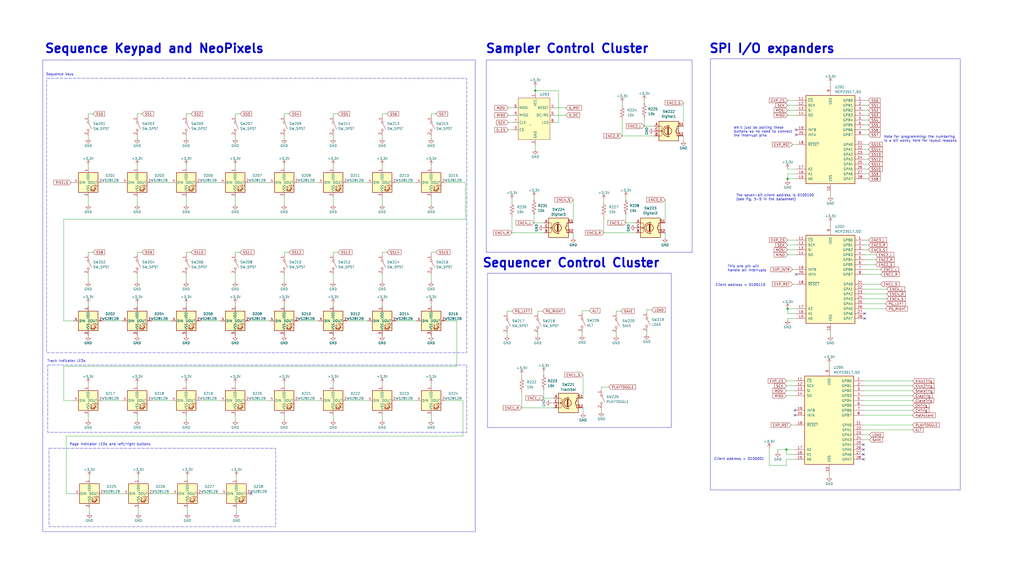
<source format=kicad_sch>
(kicad_sch (version 20230121) (generator eeschema)
  (paper "User" 530.86 299.72)
  (title_block (rev "1"))
  (junction (at 408.305 92.71))
  (junction (at 407.67 233.045))
  (junction (at 277.495 46.99))
  (junction (at 408.305 160.02))
  (no_connect (at 447.675 230.505))
  (no_connect (at 447.675 238.125))
  (no_connect (at 448.31 162.56))
  (no_connect (at 412.115 212.725))
  (no_connect (at 412.75 69.85))
  (no_connect (at 447.675 233.045))
  (no_connect (at 130.175 255.905))
  (no_connect (at 447.675 235.585))
  (no_connect (at 412.75 142.24))
  (no_connect (at 448.31 165.1))
  (no_connect (at 412.115 215.265))
  (no_connect (at 412.75 67.31))
  (wire (pts (xy 339.09 65.405) (xy 334.01 65.405)))
  (wire (pts (xy 198.12 130.81) (xy 200.66 130.81)))
  (wire (pts (xy 335.28 160.655) (xy 337.82 160.655)))
  (wire (pts (xy 96.52 70.485) (xy 96.52 71.755)))
  (wire (pts (xy 311.785 200.66) (xy 311.785 201.93)))
  (wire (pts (xy 448.31 132.08) (xy 454.025 132.08)))
  (wire (pts (xy 281.94 201.93) (xy 281.94 206.375)))
  (wire (pts (xy 172.72 215.265) (xy 172.72 217.805)))
  (wire (pts (xy 398.78 241.3) (xy 407.67 241.3)))
  (wire (pts (xy 154.94 166.37) (xy 165.1 166.37)))
  (wire (pts (xy 448.31 87.63) (xy 450.215 87.63)))
  (wire (pts (xy 408.305 52.07) (xy 412.75 52.07)))
  (wire (pts (xy 121.92 142.24) (xy 121.92 146.05)))
  (wire (pts (xy 147.32 198.755) (xy 147.32 200.025)))
  (wire (pts (xy 287.02 206.375) (xy 281.94 206.375)))
  (wire (pts (xy 403.225 233.045) (xy 403.225 234.315)))
  (wire (pts (xy 410.845 74.93) (xy 412.75 74.93)))
  (wire (pts (xy 447.675 200.025) (xy 473.075 200.025)))
  (wire (pts (xy 172.72 59.055) (xy 175.26 59.055)))
  (wire (pts (xy 223.52 102.235) (xy 223.52 106.045)))
  (wire (pts (xy 45.72 142.24) (xy 45.72 146.05)))
  (wire (pts (xy 223.52 59.055) (xy 223.52 60.325)))
  (wire (pts (xy 198.12 102.235) (xy 198.12 106.045)))
  (wire (pts (xy 429.895 245.745) (xy 429.895 247.015)))
  (wire (pts (xy 448.31 85.09) (xy 450.215 85.09)))
  (wire (pts (xy 285.75 208.915) (xy 287.02 208.915)))
  (wire (pts (xy 448.31 77.47) (xy 450.215 77.47)))
  (wire (pts (xy 71.12 130.81) (xy 71.12 132.08)))
  (wire (pts (xy 329.565 115.57) (xy 324.485 115.57)))
  (wire (pts (xy 96.52 59.055) (xy 99.06 59.055)))
  (wire (pts (xy 38.1 166.37) (xy 33.02 166.37)))
  (wire (pts (xy 287.655 55.88) (xy 293.37 55.88)))
  (wire (pts (xy 281.94 193.04) (xy 281.94 194.31)))
  (wire (pts (xy 129.54 207.645) (xy 139.7 207.645)))
  (wire (pts (xy 223.52 198.755) (xy 223.52 200.025)))
  (wire (pts (xy 122.555 247.015) (xy 122.555 248.285)))
  (wire (pts (xy 180.34 207.645) (xy 190.5 207.645)))
  (wire (pts (xy 313.055 103.505) (xy 313.055 104.775)))
  (wire (pts (xy 97.155 247.015) (xy 97.155 248.285)))
  (wire (pts (xy 319.405 172.72) (xy 319.405 173.99)))
  (wire (pts (xy 408.305 124.46) (xy 412.75 124.46)))
  (wire (pts (xy 262.89 161.29) (xy 262.89 162.56)))
  (wire (pts (xy 448.31 147.32) (xy 456.565 147.32)))
  (wire (pts (xy 104.775 255.905) (xy 114.935 255.905)))
  (wire (pts (xy 448.31 80.01) (xy 450.215 80.01)))
  (wire (pts (xy 78.74 207.645) (xy 88.9 207.645)))
  (wire (pts (xy 313.055 120.65) (xy 313.055 112.395)))
  (wire (pts (xy 71.12 130.81) (xy 73.66 130.81)))
  (wire (pts (xy 430.53 43.18) (xy 430.53 44.45)))
  (wire (pts (xy 97.155 263.525) (xy 97.155 266.065)))
  (wire (pts (xy 33.02 113.665) (xy 241.3 113.665)))
  (wire (pts (xy 448.31 149.86) (xy 459.74 149.86)))
  (wire (pts (xy 407.67 238.125) (xy 407.67 241.3)))
  (wire (pts (xy 96.52 102.235) (xy 96.52 106.045)))
  (wire (pts (xy 104.14 166.37) (xy 114.3 166.37)))
  (wire (pts (xy 354.33 70.485) (xy 354.33 73.025)))
  (wire (pts (xy 129.54 166.37) (xy 139.7 166.37)))
  (wire (pts (xy 408.305 160.02) (xy 408.305 162.56)))
  (wire (pts (xy 354.33 53.34) (xy 354.33 65.405)))
  (wire (pts (xy 447.675 227.965) (xy 450.723 227.965)))
  (wire (pts (xy 38.735 255.905) (xy 34.29 255.905)))
  (wire (pts (xy 447.675 205.105) (xy 473.075 205.105)))
  (wire (pts (xy 448.31 129.54) (xy 450.215 129.54)))
  (wire (pts (xy 278.765 161.29) (xy 278.765 162.56)))
  (wire (pts (xy 302.26 211.455) (xy 302.26 213.995)))
  (wire (pts (xy 289.56 63.5) (xy 289.56 46.99)))
  (wire (pts (xy 448.31 154.94) (xy 459.74 154.94)))
  (wire (pts (xy 241.3 113.665) (xy 241.3 94.615)))
  (wire (pts (xy 287.655 63.5) (xy 289.56 63.5)))
  (wire (pts (xy 121.92 130.81) (xy 124.46 130.81)))
  (wire (pts (xy 96.52 130.81) (xy 96.52 132.08)))
  (wire (pts (xy 408.305 127) (xy 412.75 127)))
  (wire (pts (xy 448.31 137.16) (xy 454.025 137.16)))
  (wire (pts (xy 412.115 238.125) (xy 407.67 238.125)))
  (wire (pts (xy 408.305 54.61) (xy 412.75 54.61)))
  (wire (pts (xy 147.32 142.24) (xy 147.32 146.05)))
  (wire (pts (xy 236.855 189.865) (xy 236.855 166.37)))
  (wire (pts (xy 121.92 85.725) (xy 121.92 86.995)))
  (wire (pts (xy 448.31 124.46) (xy 450.215 124.46)))
  (wire (pts (xy 45.72 130.81) (xy 48.26 130.81)))
  (wire (pts (xy 429.895 188.595) (xy 429.895 189.865)))
  (wire (pts (xy 277.495 46.99) (xy 277.495 48.26)))
  (wire (pts (xy 78.74 166.37) (xy 88.9 166.37)))
  (wire (pts (xy 180.34 166.37) (xy 190.5 166.37)))
  (wire (pts (xy 448.31 139.7) (xy 456.565 139.7)))
  (wire (pts (xy 408.305 59.69) (xy 412.75 59.69)))
  (wire (pts (xy 45.72 215.265) (xy 45.72 217.805)))
  (wire (pts (xy 281.94 115.57) (xy 276.86 115.57)))
  (wire (pts (xy 147.32 85.725) (xy 147.32 86.995)))
  (wire (pts (xy 46.355 263.525) (xy 46.355 266.065)))
  (wire (pts (xy 408.305 129.54) (xy 412.75 129.54)))
  (wire (pts (xy 129.54 94.615) (xy 139.7 94.615)))
  (wire (pts (xy 121.92 59.055) (xy 124.46 59.055)))
  (wire (pts (xy 412.75 165.1) (xy 408.305 165.1)))
  (wire (pts (xy 180.34 94.615) (xy 190.5 94.615)))
  (wire (pts (xy 263.525 63.5) (xy 266.065 63.5)))
  (wire (pts (xy 448.31 82.55) (xy 450.215 82.55)))
  (wire (pts (xy 262.89 161.29) (xy 265.43 161.29)))
  (wire (pts (xy 447.675 222.885) (xy 473.075 222.885)))
  (wire (pts (xy 448.31 57.15) (xy 450.215 57.15)))
  (wire (pts (xy 147.32 59.055) (xy 147.32 60.325)))
  (wire (pts (xy 408.305 160.02) (xy 412.75 160.02)))
  (wire (pts (xy 407.67 205.105) (xy 412.115 205.105)))
  (wire (pts (xy 121.92 157.48) (xy 121.92 158.75)))
  (wire (pts (xy 45.72 102.235) (xy 45.72 106.045)))
  (wire (pts (xy 322.58 70.485) (xy 322.58 62.23)))
  (wire (pts (xy 448.31 59.69) (xy 450.215 59.69)))
  (wire (pts (xy 408.305 132.08) (xy 412.75 132.08)))
  (wire (pts (xy 53.975 255.905) (xy 64.135 255.905)))
  (wire (pts (xy 447.675 202.565) (xy 473.075 202.565)))
  (wire (pts (xy 236.855 166.37) (xy 231.14 166.37)))
  (wire (pts (xy 198.12 130.81) (xy 198.12 132.08)))
  (wire (pts (xy 45.72 198.755) (xy 45.72 200.025)))
  (wire (pts (xy 448.31 157.48) (xy 459.105 157.48)))
  (wire (pts (xy 301.752 161.036) (xy 301.752 162.306)))
  (wire (pts (xy 96.52 215.265) (xy 96.52 217.805)))
  (wire (pts (xy 71.755 247.015) (xy 71.755 248.285)))
  (wire (pts (xy 448.31 152.4) (xy 459.74 152.4)))
  (wire (pts (xy 223.52 70.485) (xy 223.52 71.755)))
  (wire (pts (xy 223.52 85.725) (xy 223.52 86.995)))
  (wire (pts (xy 448.31 127) (xy 450.215 127)))
  (wire (pts (xy 276.86 111.125) (xy 276.86 115.57)))
  (wire (pts (xy 172.72 102.235) (xy 172.72 106.045)))
  (wire (pts (xy 410.845 139.7) (xy 412.75 139.7)))
  (wire (pts (xy 335.28 172.085) (xy 335.28 173.355)))
  (wire (pts (xy 122.555 263.525) (xy 122.555 266.065)))
  (wire (pts (xy 301.752 161.036) (xy 305.562 161.036)))
  (wire (pts (xy 71.12 59.055) (xy 73.66 59.055)))
  (wire (pts (xy 172.72 85.725) (xy 172.72 86.995)))
  (wire (pts (xy 223.52 215.265) (xy 223.52 217.805)))
  (wire (pts (xy 223.52 142.24) (xy 223.52 146.05)))
  (wire (pts (xy 172.72 157.48) (xy 172.72 158.75)))
  (wire (pts (xy 447.675 220.345) (xy 473.075 220.345)))
  (wire (pts (xy 287.655 59.69) (xy 293.37 59.69)))
  (wire (pts (xy 448.31 52.07) (xy 450.215 52.07)))
  (wire (pts (xy 71.12 102.235) (xy 71.12 106.045)))
  (wire (pts (xy 205.74 207.645) (xy 215.9 207.645)))
  (wire (pts (xy 270.51 194.31) (xy 270.51 195.58)))
  (wire (pts (xy 38.1 207.645) (xy 33.02 207.645)))
  (wire (pts (xy 448.31 64.77) (xy 450.215 64.77)))
  (wire (pts (xy 33.02 207.645) (xy 33.02 189.865)))
  (wire (pts (xy 447.675 197.485) (xy 473.075 197.485)))
  (wire (pts (xy 36.83 94.615) (xy 38.1 94.615)))
  (wire (pts (xy 412.115 235.585) (xy 407.67 235.585)))
  (wire (pts (xy 198.12 85.725) (xy 198.12 86.995)))
  (wire (pts (xy 172.72 130.81) (xy 175.26 130.81)))
  (wire (pts (xy 53.34 207.645) (xy 63.5 207.645)))
  (wire (pts (xy 96.52 85.725) (xy 96.52 86.995)))
  (wire (pts (xy 96.52 142.24) (xy 96.52 146.05)))
  (wire (pts (xy 71.12 215.265) (xy 71.12 217.805)))
  (wire (pts (xy 430.53 100.33) (xy 430.53 101.6)))
  (wire (pts (xy 297.18 103.505) (xy 297.18 115.57)))
  (wire (pts (xy 71.12 157.48) (xy 71.12 158.75)))
  (wire (pts (xy 448.31 134.62) (xy 454.025 134.62)))
  (wire (pts (xy 430.53 172.72) (xy 430.53 173.99)))
  (wire (pts (xy 319.405 161.29) (xy 319.405 162.56)))
  (wire (pts (xy 324.485 102.235) (xy 324.485 103.505)))
  (wire (pts (xy 408.305 87.63) (xy 412.75 87.63)))
  (wire (pts (xy 45.72 130.81) (xy 45.72 132.08)))
  (wire (pts (xy 408.305 57.15) (xy 412.75 57.15)))
  (wire (pts (xy 147.32 70.485) (xy 147.32 71.755)))
  (wire (pts (xy 198.12 59.055) (xy 200.66 59.055)))
  (wire (pts (xy 447.675 210.185) (xy 473.075 210.185)))
  (wire (pts (xy 447.675 207.645) (xy 473.075 207.645)))
  (wire (pts (xy 344.805 120.65) (xy 344.805 123.19)))
  (wire (pts (xy 45.72 70.485) (xy 45.72 71.755)))
  (wire (pts (xy 448.31 54.61) (xy 450.215 54.61)))
  (wire (pts (xy 412.75 90.17) (xy 408.305 90.17)))
  (wire (pts (xy 240.03 226.06) (xy 240.03 207.645)))
  (wire (pts (xy 205.74 166.37) (xy 215.9 166.37)))
  (wire (pts (xy 71.12 142.24) (xy 71.12 146.05)))
  (wire (pts (xy 45.72 59.055) (xy 48.26 59.055)))
  (wire (pts (xy 412.75 92.71) (xy 408.305 92.71)))
  (wire (pts (xy 104.14 94.615) (xy 114.3 94.615)))
  (wire (pts (xy 34.29 255.905) (xy 34.29 226.06)))
  (wire (pts (xy 223.52 157.48) (xy 223.52 158.75)))
  (wire (pts (xy 121.92 70.485) (xy 121.92 71.755)))
  (wire (pts (xy 96.52 198.755) (xy 96.52 200.025)))
  (wire (pts (xy 447.675 212.725) (xy 473.075 212.725)))
  (wire (pts (xy 198.12 215.265) (xy 198.12 217.805)))
  (wire (pts (xy 121.92 198.755) (xy 121.92 200.025)))
  (wire (pts (xy 147.32 130.81) (xy 149.86 130.81)))
  (wire (pts (xy 45.72 59.055) (xy 45.72 60.325)))
  (wire (pts (xy 205.74 94.615) (xy 215.9 94.615)))
  (wire (pts (xy 172.72 142.24) (xy 172.72 146.05)))
  (wire (pts (xy 412.75 162.56) (xy 408.305 162.56)))
  (wire (pts (xy 45.72 157.48) (xy 45.72 158.75)))
  (wire (pts (xy 270.51 211.455) (xy 270.51 203.2)))
  (wire (pts (xy 154.94 94.615) (xy 165.1 94.615)))
  (wire (pts (xy 408.305 90.17) (xy 408.305 92.71)))
  (wire (pts (xy 104.14 207.645) (xy 114.3 207.645)))
  (wire (pts (xy 448.31 142.24) (xy 456.565 142.24)))
  (wire (pts (xy 447.675 215.265) (xy 473.075 215.265)))
  (wire (pts (xy 311.785 200.66) (xy 315.595 200.66)))
  (wire (pts (xy 277.495 45.085) (xy 277.495 46.99)))
  (wire (pts (xy 262.89 172.72) (xy 262.89 173.99)))
  (wire (pts (xy 410.845 147.32) (xy 412.75 147.32)))
  (wire (pts (xy 407.67 200.025) (xy 412.115 200.025)))
  (wire (pts (xy 297.18 120.65) (xy 297.18 123.19)))
  (wire (pts (xy 407.67 202.565) (xy 412.115 202.565)))
  (wire (pts (xy 322.58 53.34) (xy 322.58 54.61)))
  (wire (pts (xy 301.752 172.466) (xy 301.752 173.736)))
  (wire (pts (xy 448.31 62.23) (xy 450.215 62.23)))
  (wire (pts (xy 302.26 194.31) (xy 302.26 206.375)))
  (wire (pts (xy 448.31 74.93) (xy 450.215 74.93)))
  (wire (pts (xy 53.34 94.615) (xy 63.5 94.615)))
  (wire (pts (xy 448.31 92.71) (xy 450.215 92.71)))
  (wire (pts (xy 447.675 225.425) (xy 450.723 225.425)))
  (wire (pts (xy 263.525 59.69) (xy 266.065 59.69)))
  (wire (pts (xy 71.12 59.055) (xy 71.12 60.325)))
  (wire (pts (xy 270.51 211.455) (xy 287.02 211.455)))
  (wire (pts (xy 34.29 226.06) (xy 240.03 226.06)))
  (wire (pts (xy 263.525 55.88) (xy 266.065 55.88)))
  (wire (pts (xy 276.86 102.235) (xy 276.86 103.505)))
  (wire (pts (xy 198.12 70.485) (xy 198.12 71.755)))
  (wire (pts (xy 407.67 233.045) (xy 412.115 233.045)))
  (wire (pts (xy 147.32 130.81) (xy 147.32 132.08)))
  (wire (pts (xy 334.01 52.07) (xy 334.01 53.34)))
  (wire (pts (xy 45.72 85.725) (xy 45.72 86.995)))
  (wire (pts (xy 324.485 111.125) (xy 324.485 115.57)))
  (wire (pts (xy 313.055 120.65) (xy 329.565 120.65)))
  (wire (pts (xy 430.53 115.57) (xy 430.53 116.84)))
  (wire (pts (xy 78.74 94.615) (xy 88.9 94.615)))
  (wire (pts (xy 448.31 160.02) (xy 459.105 160.02)))
  (wire (pts (xy 33.02 166.37) (xy 33.02 113.665)))
  (wire (pts (xy 265.43 103.505) (xy 265.43 104.775)))
  (wire (pts (xy 344.805 103.505) (xy 344.805 115.57)))
  (wire (pts (xy 198.12 198.755) (xy 198.12 200.025)))
  (wire (pts (xy 335.28 160.655) (xy 335.28 161.925)))
  (wire (pts (xy 265.43 120.65) (xy 281.94 120.65)))
  (wire (pts (xy 172.72 198.755) (xy 172.72 200.025)))
  (wire (pts (xy 448.31 69.85) (xy 450.215 69.85)))
  (wire (pts (xy 198.12 157.48) (xy 198.12 158.75)))
  (wire (pts (xy 278.765 172.72) (xy 278.765 173.99)))
  (wire (pts (xy 334.01 60.96) (xy 334.01 65.405)))
  (wire (pts (xy 198.12 142.24) (xy 198.12 146.05)))
  (wire (pts (xy 319.405 161.29) (xy 321.945 161.29)))
  (wire (pts (xy 322.58 70.485) (xy 339.09 70.485)))
  (wire (pts (xy 223.52 59.055) (xy 226.06 59.055)))
  (wire (pts (xy 448.31 90.17) (xy 450.215 90.17)))
  (wire (pts (xy 265.43 120.65) (xy 265.43 112.395)))
  (wire (pts (xy 263.525 67.31) (xy 266.065 67.31)))
  (wire (pts (xy 71.12 85.725) (xy 71.12 86.995)))
  (wire (pts (xy 277.495 74.93) (xy 277.495 77.47)))
  (wire (pts (xy 96.52 157.48) (xy 96.52 158.75)))
  (wire (pts (xy 71.755 263.525) (xy 71.755 266.065)))
  (wire (pts (xy 448.31 67.31) (xy 450.215 67.31)))
  (wire (pts (xy 407.67 197.485) (xy 412.115 197.485)))
  (wire (pts (xy 121.92 59.055) (xy 121.92 60.325)))
  (wire (pts (xy 33.02 189.865) (xy 236.855 189.865)))
  (wire (pts (xy 154.94 207.645) (xy 165.1 207.645)))
  (wire (pts (xy 147.32 102.235) (xy 147.32 106.045)))
  (wire (pts (xy 240.03 207.645) (xy 231.14 207.645)))
  (wire (pts (xy 121.92 102.235) (xy 121.92 106.045)))
  (wire (pts (xy 198.12 59.055) (xy 198.12 60.325)))
  (wire (pts (xy 311.785 212.09) (xy 311.785 213.36)))
  (wire (pts (xy 121.92 215.265) (xy 121.92 217.805)))
  (wire (pts (xy 408.305 92.71) (xy 408.305 93.345)))
  (wire (pts (xy 289.56 46.99) (xy 277.495 46.99)))
  (wire (pts (xy 96.52 130.81) (xy 99.06 130.81)))
  (wire (pts (xy 223.52 130.81) (xy 223.52 132.08)))
  (wire (pts (xy 172.72 70.485) (xy 172.72 71.755)))
  (wire (pts (xy 79.375 255.905) (xy 89.535 255.905)))
  (wire (pts (xy 241.3 94.615) (xy 231.14 94.615)))
  (wire (pts (xy 278.765 161.29) (xy 281.305 161.29)))
  (wire (pts (xy 46.355 247.015) (xy 46.355 248.285)))
  (wire (pts (xy 407.67 233.045) (xy 407.67 235.585)))
  (wire (pts (xy 147.32 215.265) (xy 147.32 217.805)))
  (wire (pts (xy 223.52 130.81) (xy 226.06 130.81)))
  (wire (pts (xy 172.72 59.055) (xy 172.72 60.325)))
  (wire (pts (xy 96.52 59.055) (xy 96.52 60.325)))
  (wire (pts (xy 147.32 157.48) (xy 147.32 158.75)))
  (wire (pts (xy 71.12 70.485) (xy 71.12 71.755)))
  (wire (pts (xy 403.225 233.045) (xy 407.67 233.045)))
  (wire (pts (xy 121.92 130.81) (xy 121.92 132.08)))
  (wire (pts (xy 408.305 165.1) (xy 408.305 165.735)))
  (wire (pts (xy 398.78 232.41) (xy 398.78 241.3)))
  (wire (pts (xy 147.32 59.055) (xy 149.86 59.055)))
  (wire (pts (xy 71.12 198.755) (xy 71.12 200.025)))
  (wire (pts (xy 172.72 130.81) (xy 172.72 132.08)))
  (wire (pts (xy 53.34 166.37) (xy 63.5 166.37)))
  (wire (pts (xy 410.21 220.345) (xy 412.115 220.345)))
  (rectangle (start 252.73 141.605) (end 347.98 221.615))
  (rectangle (start 24.765 189.23) (end 241.935 224.155) (stroke (width 0) (type dash)))
  (rectangle (start 252.095 31.115) (end 358.775 130.81))
  (rectangle (start 22.225 31.115) (end 246.38 275.59))
  (rectangle (start 368.3 30.48) (end 497.84 254))
  (rectangle (start 24.13 40.64) (end 241.935 182.88) (stroke (width 0) (type dash)))
  (rectangle (start 25.4 232.41) (end 142.875 273.05) (stroke (width 0) (type dash)))
  (text "Sequencer Control Cluster" (at 342.265 139.065 0) (effects (font (size 4.572 4.572) (thickness 0.9144) bold) (justify right bottom)))
  (text "Client address = 0100001\n" (at 370.205 238.76 0) (effects (font (size 1.27 1.27)) (justify left bottom)))
  (text "Sampler Control Cluster" (at 336.55 27.94 0) (effects (font (size 4.572 4.572) (thickness 0.9144) bold) (justify right bottom)))
  (text "This one pin will \nhandle all interrupts" (at 377.19 140.97 0) (effects (font (size 1.27 1.27)) (justify left bottom)))
  (text "Sequence Keypad and NeoPixels" (at 137.16 27.94 0) (effects (font (size 4.572 4.572) (thickness 0.9144) bold) (justify right bottom)))
  (text "SPI I/O expanders" (at 433.07 27.94 0) (effects (font (size 4.572 4.572) (thickness 0.9144) bold) (justify right bottom)))
  (text "Sequence keys" (at 38.1 39.37 0) (effects (font (size 1.27 1.27)) (justify right bottom)))
  (text "Page Indicator LEDs and left/right buttons" (at 78.105 231.14 0) (effects (font (size 1.27 1.27)) (justify right bottom)))
  (text "We'll just be polling these \nbuttons so no need to connect \nthe interrupt pins" (at 380.365 71.12 0) (effects (font (size 1.27 1.27)) (justify left bottom)))
  (text "Track Indicator LEDs" (at 44.45 187.96 0) (effects (font (size 1.27 1.27)) (justify right bottom)))
  (text "Note for programming: the numbering \nis a bit wonky here for layout reasons" (at 458.216 73.787 0) (effects (font (size 1.27 1.27)) (justify left bottom)))
  (text "Client address = 0100110\n" (at 370.84 148.59 0) (effects (font (size 1.27 1.27)) (justify left bottom)))
  (text "The seven-bit client address is 0100100\n(see fig. 3-5 in the datasheet)" (at 381.635 104.14 0) (effects (font (size 1.27 1.27)) (justify left bottom)))
  (global_label "ALT" (shape input) (at 473.075 222.885 0) (property "Intersheetrefs" "${INTERSHEET_REFS}" (effects hide)))
  (global_label "SS15" (shape input) (at 450.215 74.93 0) (property "Intersheetrefs" "${INTERSHEET_REFS}" (effects hide)))
  (global_label "D_CS" (shape input) (at 263.525 67.31 180) (property "Intersheetrefs" "${INTERSHEET_REFS}" (effects hide)))
  (global_label "SS7" (shape input) (at 226.06 59.055 0) (property "Intersheetrefs" "${INTERSHEET_REFS}" (effects hide)))
  (global_label "SS15" (shape input) (at 226.06 130.81 0) (property "Intersheetrefs" "${INTERSHEET_REFS}" (effects hide)))
  (global_label "MISO" (shape input) (at 407.67 205.105 180) (property "Intersheetrefs" "${INTERSHEET_REFS}" (effects hide)))
  (global_label "EXP_RST" (shape input) (at 410.845 74.93 180) (property "Intersheetrefs" "${INTERSHEET_REFS}" (effects hide)))
  (global_label "ClapTrig" (shape input) (at 473.075 205.105 0) (property "Intersheetrefs" "${INTERSHEET_REFS}" (effects hide)))
  (global_label "PG_LEFT" (shape input) (at 265.43 161.29 0) (property "Intersheetrefs" "${INTERSHEET_REFS}" (effects hide)))
  (global_label "PIXELS" (shape input) (at 36.83 94.615 180) (property "Intersheetrefs" "${INTERSHEET_REFS}" (effects hide)))
  (global_label "ENC2_L" (shape input) (at 334.01 65.405 180) (property "Intersheetrefs" "${INTERSHEET_REFS}" (effects hide)))
  (global_label "SS3" (shape input) (at 124.46 59.055 0) (property "Intersheetrefs" "${INTERSHEET_REFS}" (effects hide)))
  (global_label "ENC3_L" (shape input) (at 450.215 124.46 0) (property "Intersheetrefs" "${INTERSHEET_REFS}" (effects hide)))
  (global_label "MOSI" (shape input) (at 408.305 129.54 180) (property "Intersheetrefs" "${INTERSHEET_REFS}" (effects hide)))
  (global_label "ENC4_R" (shape input) (at 265.43 120.65 180) (property "Intersheetrefs" "${INTERSHEET_REFS}" (effects hide)))
  (global_label "ENC1_R" (shape input) (at 270.51 211.455 180) (property "Intersheetrefs" "${INTERSHEET_REFS}" (effects hide)))
  (global_label "PLAYTOGGLE" (shape input) (at 315.595 200.66 0) (property "Intersheetrefs" "${INTERSHEET_REFS}" (effects hide)))
  (global_label "EXP_RST" (shape input) (at 410.845 147.32 180) (property "Intersheetrefs" "${INTERSHEET_REFS}" (effects hide)))
  (global_label "SS4" (shape input) (at 149.86 59.055 0) (property "Intersheetrefs" "${INTERSHEET_REFS}" (effects hide)))
  (global_label "ENC1_S" (shape input) (at 302.26 194.31 180) (property "Intersheetrefs" "${INTERSHEET_REFS}" (effects hide)))
  (global_label "OHTrig" (shape input) (at 473.075 210.185 0) (property "Intersheetrefs" "${INTERSHEET_REFS}" (effects hide)))
  (global_label "SCK" (shape input) (at 407.67 200.025 180) (property "Intersheetrefs" "${INTERSHEET_REFS}" (effects hide)))
  (global_label "SS9" (shape input) (at 450.215 90.17 0) (property "Intersheetrefs" "${INTERSHEET_REFS}" (effects hide)))
  (global_label "Kick2Trig" (shape input) (at 473.075 200.025 0) (property "Intersheetrefs" "${INTERSHEET_REFS}" (effects hide)))
  (global_label "SS14" (shape input) (at 200.66 130.81 0) (property "Intersheetrefs" "${INTERSHEET_REFS}" (effects hide)))
  (global_label "SS14" (shape input) (at 450.215 77.47 0) (property "Intersheetrefs" "${INTERSHEET_REFS}" (effects hide)))
  (global_label "SS8" (shape input) (at 450.215 92.71 0) (property "Intersheetrefs" "${INTERSHEET_REFS}" (effects hide)))
  (global_label "SS2" (shape input) (at 99.06 59.055 0) (property "Intersheetrefs" "${INTERSHEET_REFS}" (effects hide)))
  (global_label "MOSI" (shape input) (at 407.67 202.565 180) (property "Intersheetrefs" "${INTERSHEET_REFS}" (effects hide)))
  (global_label "SCK" (shape input) (at 263.525 63.5 180) (property "Intersheetrefs" "${INTERSHEET_REFS}" (effects hide)))
  (global_label "ENC4_R" (shape input) (at 459.74 152.4 0) (property "Intersheetrefs" "${INTERSHEET_REFS}" (effects hide)))
  (global_label "ENC1_R" (shape input) (at 456.565 142.24 0) (property "Intersheetrefs" "${INTERSHEET_REFS}" (effects hide)))
  (global_label "SS13" (shape input) (at 450.215 80.01 0) (property "Intersheetrefs" "${INTERSHEET_REFS}" (effects hide)))
  (global_label "SS3" (shape input) (at 450.215 59.69 0) (property "Intersheetrefs" "${INTERSHEET_REFS}" (effects hide)))
  (global_label "ENC2_S" (shape input) (at 454.025 137.16 0) (property "Intersheetrefs" "${INTERSHEET_REFS}" (effects hide)))
  (global_label "SS12" (shape input) (at 450.215 82.55 0) (property "Intersheetrefs" "${INTERSHEET_REFS}" (effects hide)))
  (global_label "ENC3_R" (shape input) (at 313.055 120.65 180) (property "Intersheetrefs" "${INTERSHEET_REFS}" (effects hide)))
  (global_label "PG_RIGHT" (shape input) (at 281.305 161.29 0) (property "Intersheetrefs" "${INTERSHEET_REFS}" (effects hide)))
  (global_label "MISO" (shape input) (at 263.525 59.69 180) (property "Intersheetrefs" "${INTERSHEET_REFS}" (effects hide)))
  (global_label "CHTrig" (shape input) (at 473.075 212.725 0) (property "Intersheetrefs" "${INTERSHEET_REFS}" (effects hide)))
  (global_label "SS11" (shape input) (at 450.215 85.09 0) (property "Intersheetrefs" "${INTERSHEET_REFS}" (effects hide)))
  (global_label "ALT" (shape input) (at 305.562 161.036 0) (property "Intersheetrefs" "${INTERSHEET_REFS}" (effects hide)))
  (global_label "MOSI" (shape input) (at 408.305 57.15 180) (property "Intersheetrefs" "${INTERSHEET_REFS}" (effects hide)))
  (global_label "SS0" (shape input) (at 450.215 52.07 0) (property "Intersheetrefs" "${INTERSHEET_REFS}" (effects hide)))
  (global_label "D_DC" (shape input) (at 293.37 59.69 0) (property "Intersheetrefs" "${INTERSHEET_REFS}" (effects hide)))
  (global_label "ENC1_L" (shape input) (at 456.565 139.7 0) (property "Intersheetrefs" "${INTERSHEET_REFS}" (effects hide)))
  (global_label "LOAD" (shape input) (at 337.82 160.655 0) (property "Intersheetrefs" "${INTERSHEET_REFS}" (effects hide)))
  (global_label "HatAccent" (shape input) (at 473.075 215.265 0) (property "Intersheetrefs" "${INTERSHEET_REFS}" (effects hide)))
  (global_label "ENC4_S" (shape input) (at 459.74 154.94 0) (property "Intersheetrefs" "${INTERSHEET_REFS}" (effects hide)))
  (global_label "SS6" (shape input) (at 200.66 59.055 0) (property "Intersheetrefs" "${INTERSHEET_REFS}" (effects hide)))
  (global_label "SCK" (shape input) (at 408.305 54.61 180) (property "Intersheetrefs" "${INTERSHEET_REFS}" (effects hide)))
  (global_label "ClaveTrig" (shape input) (at 473.075 207.645 0) (property "Intersheetrefs" "${INTERSHEET_REFS}" (effects hide)))
  (global_label "SS2" (shape input) (at 450.215 57.15 0) (property "Intersheetrefs" "${INTERSHEET_REFS}" (effects hide)))
  (global_label "SS5" (shape input) (at 175.26 59.055 0) (property "Intersheetrefs" "${INTERSHEET_REFS}" (effects hide)))
  (global_label "ENC1_L" (shape input) (at 281.94 206.375 180) (property "Intersheetrefs" "${INTERSHEET_REFS}" (effects hide)))
  (global_label "PLAYTOGGLE" (shape input) (at 473.075 220.345 0) (property "Intersheetrefs" "${INTERSHEET_REFS}" (effects hide)))
  (global_label "ENC2_L" (shape input) (at 454.025 132.08 0) (property "Intersheetrefs" "${INTERSHEET_REFS}" (effects hide)))
  (global_label "SS12" (shape input) (at 149.86 130.81 0) (property "Intersheetrefs" "${INTERSHEET_REFS}" (effects hide)))
  (global_label "SS13" (shape input) (at 175.26 130.81 0) (property "Intersheetrefs" "${INTERSHEET_REFS}" (effects hide)))
  (global_label "SS6" (shape input) (at 450.215 67.31 0) (property "Intersheetrefs" "${INTERSHEET_REFS}" (effects hide)))
  (global_label "D_RST" (shape input) (at 293.37 55.88 0) (property "Intersheetrefs" "${INTERSHEET_REFS}" (effects hide)))
  (global_label "EXP_CS" (shape input) (at 408.305 52.07 180) (property "Intersheetrefs" "${INTERSHEET_REFS}" (effects hide)))
  (global_label "MISO" (shape input) (at 408.305 59.69 180) (property "Intersheetrefs" "${INTERSHEET_REFS}" (effects hide)))
  (global_label "ENC4_L" (shape input) (at 459.74 149.86 0) (property "Intersheetrefs" "${INTERSHEET_REFS}" (effects hide)))
  (global_label "EXP_INTR" (shape input) (at 410.845 139.7 180) (property "Intersheetrefs" "${INTERSHEET_REFS}" (effects hide)))
  (global_label "EXP_CS" (shape input) (at 408.305 124.46 180) (property "Intersheetrefs" "${INTERSHEET_REFS}" (effects hide)))
  (global_label "SS4" (shape input) (at 450.215 62.23 0) (property "Intersheetrefs" "${INTERSHEET_REFS}" (effects hide)))
  (global_label "SS1" (shape input) (at 73.66 59.055 0) (property "Intersheetrefs" "${INTERSHEET_REFS}" (effects hide)))
  (global_label "SS5" (shape input) (at 450.215 64.77 0) (property "Intersheetrefs" "${INTERSHEET_REFS}" (effects hide)))
  (global_label "SAVE" (shape input) (at 450.723 227.965 0) (property "Intersheetrefs" "${INTERSHEET_REFS}" (effects hide)))
  (global_label "ENC2_S" (shape input) (at 354.33 53.34 180) (property "Intersheetrefs" "${INTERSHEET_REFS}" (effects hide)))
  (global_label "PG_LEFT" (shape input) (at 459.105 157.48 0) (property "Intersheetrefs" "${INTERSHEET_REFS}" (effects hide)))
  (global_label "ENC4_L" (shape input) (at 276.86 115.57 180) (property "Intersheetrefs" "${INTERSHEET_REFS}" (effects hide)))
  (global_label "SS10" (shape input) (at 99.06 130.81 0) (property "Intersheetrefs" "${INTERSHEET_REFS}" (effects hide)))
  (global_label "LOAD" (shape input) (at 450.723 225.425 0) (property "Intersheetrefs" "${INTERSHEET_REFS}" (effects hide)))
  (global_label "ENC2_R" (shape input) (at 454.025 134.62 0) (property "Intersheetrefs" "${INTERSHEET_REFS}" (effects hide)))
  (global_label "SS10" (shape input) (at 450.215 87.63 0) (property "Intersheetrefs" "${INTERSHEET_REFS}" (effects hide)))
  (global_label "SS1" (shape input) (at 450.215 54.61 0) (property "Intersheetrefs" "${INTERSHEET_REFS}" (effects hide)))
  (global_label "PG_RIGHT" (shape input) (at 459.105 160.02 0) (property "Intersheetrefs" "${INTERSHEET_REFS}" (effects hide)))
  (global_label "MISO" (shape input) (at 408.305 132.08 180) (property "Intersheetrefs" "${INTERSHEET_REFS}" (effects hide)))
  (global_label "ENC4_S" (shape input) (at 297.18 103.505 180) (property "Intersheetrefs" "${INTERSHEET_REFS}" (effects hide)))
  (global_label "MOSI" (shape input) (at 263.525 55.88 180) (property "Intersheetrefs" "${INTERSHEET_REFS}" (effects hide)))
  (global_label "SAVE" (shape input) (at 321.945 161.29 0) (property "Intersheetrefs" "${INTERSHEET_REFS}" (effects hide)))
  (global_label "ENC3_R" (shape input) (at 450.215 127 0) (property "Intersheetrefs" "${INTERSHEET_REFS}" (effects hide)))
  (global_label "SS8" (shape input) (at 48.26 130.81 0) (property "Intersheetrefs" "${INTERSHEET_REFS}" (effects hide)))
  (global_label "SS11" (shape input) (at 124.46 130.81 0) (property "Intersheetrefs" "${INTERSHEET_REFS}" (effects hide)))
  (global_label "EXP_CS" (shape input) (at 407.67 197.485 180) (property "Intersheetrefs" "${INTERSHEET_REFS}" (effects hide)))
  (global_label "ENC3_S" (shape input) (at 344.805 103.505 180) (property "Intersheetrefs" "${INTERSHEET_REFS}" (effects hide)))
  (global_label "EXP_RST" (shape input) (at 410.21 220.345 180) (property "Intersheetrefs" "${INTERSHEET_REFS}" (effects hide)))
  (global_label "ENC3_S" (shape input) (at 450.215 129.54 0) (property "Intersheetrefs" "${INTERSHEET_REFS}" (effects hide)))
  (global_label "Kick1Trig" (shape input) (at 473.075 197.485 0) (property "Intersheetrefs" "${INTERSHEET_REFS}" (effects hide)))
  (global_label "SnareTrig" (shape input) (at 473.075 202.565 0) (property "Intersheetrefs" "${INTERSHEET_REFS}" (effects hide)))
  (global_label "SCK" (shape input) (at 408.305 127 180) (property "Intersheetrefs" "${INTERSHEET_REFS}" (effects hide)))
  (global_label "SS7" (shape input) (at 450.215 69.85 0) (property "Intersheetrefs" "${INTERSHEET_REFS}" (effects hide)))
  (global_label "ENC1_S" (shape input) (at 456.565 147.32 0) (property "Intersheetrefs" "${INTERSHEET_REFS}" (effects hide)))
  (global_label "ENC2_R" (shape input) (at 322.58 70.485 180) (property "Intersheetrefs" "${INTERSHEET_REFS}" (effects hide)))
  (global_label "SS9" (shape input) (at 73.66 130.81 0) (property "Intersheetrefs" "${INTERSHEET_REFS}" (effects hide)))
  (global_label "SS0" (shape input) (at 48.26 59.055 0) (property "Intersheetrefs" "${INTERSHEET_REFS}" (effects hide)))
  (global_label "ENC3_L" (shape input) (at 324.485 115.57 180) (property "Intersheetrefs" "${INTERSHEET_REFS}" (effects hide)))
  (symbol (lib_id "Switch:SW_SPST") (at 96.52 65.405 270) (unit 1)
    (property "Reference" "SW205" (at 99.06 64.135 90) (effects (justify left)))
    (property "Value" "SW_SPST" (at 99.06 66.675 90) (effects (justify left)))
    (property "Footprint" "Button_Switch_THT:SW_PUSH_6mm" (effects hide))
    (instances (project "ESP808_mk3" (path "" (reference "SW205") (unit 1))) (project "ESP808Keyboard" (path "" (reference "SW103") (unit 1))))
  )
  (symbol (lib_id "Switch:SW_SPST") (at 45.72 137.16 270) (unit 1)
    (property "Reference" "SW202" (at 48.26 135.89 90) (effects (justify left)))
    (property "Value" "SW_SPST" (at 48.26 138.43 90) (effects (justify left)))
    (property "Footprint" "Button_Switch_THT:SW_PUSH_6mm" (effects hide))
    (instances (project "ESP808_mk3" (path "" (reference "SW202") (unit 1))) (project "ESP808Keyboard" (path "" (reference "SW109") (unit 1))))
  )
  (symbol (lib_id "power:GND") (at 96.52 217.805 0) (unit 1)
    (property "Reference" "#PWR0140" (effects hide))
    (property "Value" "GND" (at 96.52 221.615 0))
  )
  (symbol (lib_id "power:GND") (at 71.12 146.05 0) (unit 1)
    (property "Reference" "#PWR0132" (effects hide))
    (property "Value" "GND" (at 71.12 149.86 0))
  )
  (symbol (lib_id "power:GND") (at 97.155 266.065 0) (unit 1)
    (property "Reference" "#PWR0145" (effects hide))
    (property "Value" "GND" (at 97.155 269.875 0))
  )
  (symbol (lib_id "power:+3.3V") (at 71.12 198.755 0) (unit 1)
    (property "Reference" "#PWR0236" (effects hide))
    (property "Value" "+3.3V" (at 71.12 195.199 0))
  )
  (symbol (lib_id "power:+3.3V") (at 147.32 85.725 0) (unit 1)
    (property "Reference" "#PWR0242" (effects hide))
    (property "Value" "+3.3V" (at 147.32 82.169 0))
  )
  (symbol (lib_id "Switch:SW_SPST") (at 45.72 65.405 270) (unit 1)
    (property "Reference" "SW201" (at 48.26 64.135 90) (effects (justify left)))
    (property "Value" "SW_SPST" (at 48.26 66.675 90) (effects (justify left)))
    (property "Footprint" "Button_Switch_THT:SW_PUSH_6mm" (effects hide))
    (instances (project "ESP808_mk3" (path "" (reference "SW201") (unit 1))) (project "ESP808Keyboard" (path "" (reference "SW101") (unit 1))))
  )
  (symbol (lib_id "power:+3.3V") (at 322.58 53.34 0) (unit 1)
    (property "Reference" "#PWR0214" (effects hide))
    (property "Value" "+3.3V" (at 322.58 49.784 0))
  )
  (symbol (lib_id "power:GND") (at 45.72 71.755 0) (unit 1)
    (property "Reference" "#PWR0130" (effects hide))
    (property "Value" "GND" (at 45.72 75.565 0))
  )
  (symbol (lib_id "Device:R_US") (at 322.58 58.42 0) (unit 1)
    (property "Reference" "R224" (at 325.12 57.15 0) (effects (justify left)))
    (property "Value" "10k" (at 325.12 59.69 0) (effects (justify left)))
    (property "Footprint" "PCM_Resistor_SMD_AKL:R_0805_2012Metric" (effects hide))
    (instances (project "ESP808_mk3" (path "" (reference "R224") (unit 1))) (project "ESP808Keyboard" (path "" (reference "R107") (unit 1))))
  )
  (symbol (lib_id "power:GND") (at 172.72 217.805 0) (unit 1)
    (property "Reference" "#PWR0159" (effects hide))
    (property "Value" "GND" (at 172.72 221.615 0))
  )
  (symbol (lib_id "power:+3.3V") (at 270.51 194.31 0) (unit 1)
    (property "Reference" "#PWR0218" (effects hide))
    (property "Value" "+3.3V" (at 270.51 190.754 0))
  )
  (symbol (lib_id "LED:WS2812B") (at 147.32 94.615 0) (unit 1)
    (property "Reference" "D209" (at 158.75 90.9671 0))
    (property "Value" "WS2812B" (at 158.75 93.5071 0))
    (property "Footprint" "LED_SMD:LED_WS2812B_PLCC4_5.0x5.0mm_P3.2mm" (effects hide))
    (property "Datasheet" "https://cdn-shop.adafruit.com/datasheets/WS2812B.pdf" (effects hide))
    (instances (project "ESP808_mk3" (path "" (reference "D209") (unit 1))) (project "ESP808Keyboard" (path "" (reference "D105") (unit 1))))
  )
  (symbol (lib_id "power:+3.3V") (at 96.52 157.48 0) (unit 1)
    (property "Reference" "#PWR0240" (effects hide))
    (property "Value" "+3.3V" (at 96.52 153.924 0))
  )
  (symbol (lib_id "power:+3.3V") (at 430.53 43.18 0) (unit 1)
    (property "Reference" "#PWR0248" (effects hide))
    (property "Value" "+3.3V" (at 430.53 39.624 0))
  )
  (symbol (lib_id "power:+3.3V") (at 324.485 102.235 0) (unit 1)
    (property "Reference" "#PWR0216" (effects hide))
    (property "Value" "+3.3V" (at 324.485 98.679 0))
  )
  (symbol (lib_id "power:GND") (at 147.32 173.99 0) (unit 1)
    (property "Reference" "#PWR0150" (effects hide))
    (property "Value" "GND" (at 147.32 177.8 0))
  )
  (symbol (lib_id "LED:WS2812B") (at 45.72 166.37 0) (unit 1)
    (property "Reference" "D202" (at 57.15 162.7221 0))
    (property "Value" "WS2812B" (at 57.15 165.2621 0))
    (property "Footprint" "LED_SMD:LED_WS2812B_PLCC4_5.0x5.0mm_P3.2mm" (effects hide))
    (property "Datasheet" "https://cdn-shop.adafruit.com/datasheets/WS2812B.pdf" (effects hide))
    (instances (project "ESP808_mk3" (path "" (reference "D202") (unit 1))) (project "ESP808Keyboard" (path "" (reference "D109") (unit 1))))
  )
  (symbol (lib_id "power:+3.3V") (at 398.78 232.41 0) (unit 1)
    (property "Reference" "#PWR0250" (effects hide))
    (property "Value" "+3.3V" (at 398.78 228.854 0))
  )
  (symbol (lib_id "LED:WS2812B") (at 172.72 94.615 0) (unit 1)
    (property "Reference" "D211" (at 184.15 90.9671 0))
    (property "Value" "WS2812B" (at 184.15 93.5071 0))
    (property "Footprint" "LED_SMD:LED_WS2812B_PLCC4_5.0x5.0mm_P3.2mm" (effects hide))
    (property "Datasheet" "https://cdn-shop.adafruit.com/datasheets/WS2812B.pdf" (effects hide))
    (instances (project "ESP808_mk3" (path "" (reference "D211") (unit 1))) (project "ESP808Keyboard" (path "" (reference "D106") (unit 1))))
  )
  (symbol (lib_id "power:+3.3V") (at 71.12 157.48 0) (unit 1)
    (property "Reference" "#PWR0229" (effects hide))
    (property "Value" "+3.3V" (at 71.12 153.924 0))
  )
  (symbol (lib_id "power:GND") (at 198.12 173.99 0) (unit 1)
    (property "Reference" "#PWR0124" (effects hide))
    (property "Value" "GND" (at 198.12 177.8 0))
  )
  (symbol (lib_id "power:GND") (at 71.755 266.065 0) (unit 1)
    (property "Reference" "#PWR0142" (effects hide))
    (property "Value" "GND" (at 71.755 269.875 0))
  )
  (symbol (lib_id "Switch:SW_SPST") (at 335.28 167.005 270) (unit 1)
    (property "Reference" "SW219" (at 337.82 165.735 90) (effects (justify left)))
    (property "Value" "LOAD" (at 337.82 168.275 90) (effects (justify left)))
    (property "Footprint" "Button_Switch_THT:SW_PUSH_6mm" (effects hide))
    (instances (project "ESP808_mk3" (path "" (reference "SW219") (unit 1))) (project "ESP808Keyboard" (path "" (reference "SW107") (unit 1))))
  )
  (symbol (lib_id "LED:WS2812B") (at 71.755 255.905 0) (unit 1)
    (property "Reference" "D226" (at 83.185 252.2571 0))
    (property "Value" "WS2812B" (at 83.185 254.7971 0))
    (property "Footprint" "LED_SMD:LED_WS2812B_PLCC4_5.0x5.0mm_P3.2mm" (effects hide))
    (property "Datasheet" "https://cdn-shop.adafruit.com/datasheets/WS2812B.pdf" (effects hide))
    (instances (project "ESP808_mk3" (path "" (reference "D226") (unit 1))) (project "ESP808Keyboard" (path "" (reference "D114") (unit 1))))
  )
  (symbol (lib_id "power:+3.3V") (at 265.43 103.505 0) (unit 1)
    (property "Reference" "#PWR0212" (effects hide))
    (property "Value" "+3.3V" (at 265.43 99.949 0))
  )
  (symbol (lib_id "LED:WS2812B") (at 121.92 166.37 0) (unit 1)
    (property "Reference" "D208" (at 133.35 162.7221 0))
    (property "Value" "WS2812B" (at 133.35 165.2621 0))
    (property "Footprint" "LED_SMD:LED_WS2812B_PLCC4_5.0x5.0mm_P3.2mm" (effects hide))
    (property "Datasheet" "https://cdn-shop.adafruit.com/datasheets/WS2812B.pdf" (effects hide))
    (instances (project "ESP808_mk3" (path "" (reference "D208") (unit 1))) (project "ESP808Keyboard" (path "" (reference "D112") (unit 1))))
  )
  (symbol (lib_id "LED:WS2812B") (at 147.32 207.645 0) (unit 1)
    (property "Reference" "D221" (at 158.75 203.9971 0))
    (property "Value" "WS2812B" (at 158.75 206.5371 0))
    (property "Footprint" "LED_SMD:LED_WS2812B_PLCC4_5.0x5.0mm_P3.2mm" (effects hide))
    (property "Datasheet" "https://cdn-shop.adafruit.com/datasheets/WS2812B.pdf" (effects hide))
    (instances (project "ESP808_mk3" (path "" (reference "D221") (unit 1))) (project "ESP808Keyboard" (path "" (reference "D113") (unit 1))))
  )
  (symbol (lib_id "Switch:SW_SPST") (at 311.785 207.01 270) (unit 1)
    (property "Reference" "SW225" (at 314.325 205.74 90) (effects (justify left)))
    (property "Value" "PLAYTOGGLE" (at 314.325 208.28 90) (effects (justify left)))
    (property "Footprint" "Button_Switch_THT:SW_PUSH_6mm" (effects hide))
    (instances (project "ESP808_mk3" (path "" (reference "SW225") (unit 1))) (project "ESP808Keyboard" (path "" (reference "SW108") (unit 1))))
  )
  (symbol (lib_id "Switch:SW_SPST") (at 223.52 137.16 270) (unit 1)
    (property "Reference" "SW216" (at 226.06 135.89 90) (effects (justify left)))
    (property "Value" "SW_SPST" (at 226.06 138.43 90) (effects (justify left)))
    (property "Footprint" "Button_Switch_THT:SW_PUSH_6mm" (effects hide))
    (instances (project "ESP808_mk3" (path "" (reference "SW216") (unit 1))) (project "ESP808Keyboard" (path "" (reference "SW116") (unit 1))))
  )
  (symbol (lib_id "power:+3.3V") (at 45.72 157.48 0) (unit 1)
    (property "Reference" "#PWR0230" (effects hide))
    (property "Value" "+3.3V" (at 45.72 153.924 0))
  )
  (symbol (lib_id "power:+3.3V") (at 147.32 157.48 0) (unit 1)
    (property "Reference" "#PWR0241" (effects hide))
    (property "Value" "+3.3V" (at 147.32 153.924 0))
  )
  (symbol (lib_id "power:GND") (at 198.12 146.05 0) (unit 1)
    (property "Reference" "#PWR0117" (effects hide))
    (property "Value" "GND" (at 198.12 149.86 0))
  )
  (symbol (lib_id "LED:WS2812B") (at 198.12 94.615 0) (unit 1)
    (property "Reference" "D213" (at 209.55 90.9671 0))
    (property "Value" "WS2812B" (at 209.55 93.5071 0))
    (property "Footprint" "LED_SMD:LED_WS2812B_PLCC4_5.0x5.0mm_P3.2mm" (effects hide))
    (property "Datasheet" "https://cdn-shop.adafruit.com/datasheets/WS2812B.pdf" (effects hide))
    (instances (project "ESP808_mk3" (path "" (reference "D213") (unit 1))) (project "ESP808Keyboard" (path "" (reference "D107") (unit 1))))
  )
  (symbol (lib_id "power:GND") (at 121.92 217.805 0) (unit 1)
    (property "Reference" "#PWR0141" (effects hide))
    (property "Value" "GND" (at 121.92 221.615 0))
  )
  (symbol (lib_id "power:+3.3V") (at 45.72 85.725 0) (unit 1)
    (property "Reference" "#PWR0227" (effects hide))
    (property "Value" "+3.3V" (at 45.72 82.169 0))
  )
  (symbol (lib_id "Device:R_US") (at 276.86 107.315 0) (unit 1)
    (property "Reference" "R231" (at 278.765 106.68 0) (effects (justify left)))
    (property "Value" "10k" (at 278.765 109.22 0) (effects (justify left)))
    (property "Footprint" "PCM_Resistor_SMD_AKL:R_0805_2012Metric" (effects hide))
    (instances (project "ESP808_mk3" (path "" (reference "R231") (unit 1))) (project "ESP808Keyboard" (path "" (reference "R107") (unit 1))))
  )
  (symbol (lib_id "Switch:SW_SPST") (at 121.92 65.405 270) (unit 1)
    (property "Reference" "SW207" (at 124.46 64.135 90) (effects (justify left)))
    (property "Value" "SW_SPST" (at 124.46 66.675 90) (effects (justify left)))
    (property "Footprint" "Button_Switch_THT:SW_PUSH_6mm" (effects hide))
    (instances (project "ESP808_mk3" (path "" (reference "SW207") (unit 1))) (project "ESP808Keyboard" (path "" (reference "SW104") (unit 1))))
  )
  (symbol (lib_id "power:GND") (at 354.33 73.025 0) (unit 1)
    (property "Reference" "#PWR0103" (effects hide))
    (property "Value" "GND" (at 354.33 76.835 0))
  )
  (symbol (lib_id "Display_Graphic:ILI9314_breakout_9pin") (at 277.495 60.96 0) (unit 1)
    (property "Reference" "U203" (at 279.6891 48.895 0) (effects (justify left)))
    (property "Value" "~" (at 274.955 64.77 0))
    (property "Footprint" "Display:TFTBreakout_ILI9341_340x320" (effects hide))
  )
  (symbol (lib_id "power:+3.3V") (at 71.12 85.725 0) (unit 1)
    (property "Reference" "#PWR0228" (effects hide))
    (property "Value" "+3.3V" (at 71.12 82.169 0))
  )
  (symbol (lib_id "power:+3.3V") (at 198.12 198.755 0) (unit 1)
    (property "Reference" "#PWR0244" (effects hide))
    (property "Value" "+3.3V" (at 198.12 195.199 0))
  )
  (symbol (lib_id "Switch:SW_SPST") (at 198.12 65.405 270) (unit 1)
    (property "Reference" "SW213" (at 200.66 64.135 90) (effects (justify left)))
    (property "Value" "SW_SPST" (at 200.66 66.675 90) (effects (justify left)))
    (property "Footprint" "Button_Switch_THT:SW_PUSH_6mm" (effects hide))
    (instances (project "ESP808_mk3" (path "" (reference "SW213") (unit 1))) (project "ESP808Keyboard" (path "" (reference "SW107") (unit 1))))
  )
  (symbol (lib_id "power:GND") (at 71.12 173.99 0) (unit 1)
    (property "Reference" "#PWR0147" (effects hide))
    (property "Value" "GND" (at 71.12 177.8 0))
  )
  (symbol (lib_id "power:GND") (at 147.32 106.045 0) (unit 1)
    (property "Reference" "#PWR0155" (effects hide))
    (property "Value" "GND" (at 147.32 109.855 0))
  )
  (symbol (lib_id "power:GND") (at 198.12 71.755 0) (unit 1)
    (property "Reference" "#PWR0123" (effects hide))
    (property "Value" "GND" (at 198.12 75.565 0))
  )
  (symbol (lib_id "power:GND") (at 329.565 118.11 270) (unit 1)
    (property "Reference" "#PWR0108" (effects hide))
    (property "Value" "GND" (at 325.755 118.11 0))
  )
  (symbol (lib_id "power:GND") (at 285.75 208.915 270) (unit 1)
    (property "Reference" "#PWR0113" (effects hide))
    (property "Value" "GND" (at 281.94 208.915 0))
  )
  (symbol (lib_id "power:+3.3V") (at 430.53 115.57 0) (unit 1)
    (property "Reference" "#PWR0249" (effects hide))
    (property "Value" "+3.3V" (at 430.53 112.014 0))
  )
  (symbol (lib_id "LED:WS2812B") (at 96.52 207.645 0) (unit 1)
    (property "Reference" "D219" (at 107.95 203.9971 0))
    (property "Value" "WS2812B" (at 107.95 206.5371 0))
    (property "Footprint" "LED_SMD:LED_WS2812B_PLCC4_5.0x5.0mm_P3.2mm" (effects hide))
    (property "Datasheet" "https://cdn-shop.adafruit.com/datasheets/WS2812B.pdf" (effects hide))
    (instances (project "ESP808_mk3" (path "" (reference "D219") (unit 1))) (project "ESP808Keyboard" (path "" (reference "D111") (unit 1))))
  )
  (symbol (lib_id "power:+3.3V") (at 147.32 198.755 0) (unit 1)
    (property "Reference" "#PWR0245" (effects hide))
    (property "Value" "+3.3V" (at 147.32 195.199 0))
  )
  (symbol (lib_id "LED:WS2812B") (at 71.12 207.645 0) (unit 1)
    (property "Reference" "D218" (at 82.55 203.9971 0))
    (property "Value" "WS2812B" (at 82.55 206.5371 0))
    (property "Footprint" "LED_SMD:LED_WS2812B_PLCC4_5.0x5.0mm_P3.2mm" (effects hide))
    (property "Datasheet" "https://cdn-shop.adafruit.com/datasheets/WS2812B.pdf" (effects hide))
    (instances (project "ESP808_mk3" (path "" (reference "D218") (unit 1))) (project "ESP808Keyboard" (path "" (reference "D110") (unit 1))))
  )
  (symbol (lib_id "power:+3.3V") (at 408.305 87.63 0) (unit 1)
    (property "Reference" "#PWR0247" (effects hide))
    (property "Value" "+3.3V" (at 408.305 84.074 0))
  )
  (symbol (lib_id "power:GND") (at 45.72 106.045 0) (unit 1)
    (property "Reference" "#PWR0134" (effects hide))
    (property "Value" "GND" (at 45.72 109.855 0))
  )
  (symbol (lib_id "Switch:SW_SPST") (at 71.12 137.16 270) (unit 1)
    (property "Reference" "SW204" (at 73.66 135.89 90) (effects (justify left)))
    (property "Value" "SW_SPST" (at 73.66 138.43 90) (effects (justify left)))
    (property "Footprint" "Button_Switch_THT:SW_PUSH_6mm" (effects hide))
    (instances (project "ESP808_mk3" (path "" (reference "SW204") (unit 1))) (project "ESP808Keyboard" (path "" (reference "SW110") (unit 1))))
  )
  (symbol (lib_id "power:GND") (at 408.305 93.345 0) (unit 1)
    (property "Reference" "#PWR0160" (effects hide))
    (property "Value" "GND" (at 408.305 97.155 0))
  )
  (symbol (lib_id "power:GND") (at 302.26 213.995 0) (unit 1)
    (property "Reference" "#PWR0112" (effects hide))
    (property "Value" "GND" (at 302.26 217.805 0))
  )
  (symbol (lib_id "power:+3.3V") (at 96.52 198.755 0) (unit 1)
    (property "Reference" "#PWR0237" (effects hide))
    (property "Value" "+3.3V" (at 96.52 195.199 0))
  )
  (symbol (lib_id "LED:WS2812B") (at 121.92 94.615 0) (unit 1)
    (property "Reference" "D207" (at 133.35 90.9671 0))
    (property "Value" "WS2812B" (at 133.35 93.5071 0))
    (property "Footprint" "LED_SMD:LED_WS2812B_PLCC4_5.0x5.0mm_P3.2mm" (effects hide))
    (property "Datasheet" "https://cdn-shop.adafruit.com/datasheets/WS2812B.pdf" (effects hide))
    (instances (project "ESP808_mk3" (path "" (reference "D207") (unit 1))) (project "ESP808Keyboard" (path "" (reference "D104") (unit 1))))
  )
  (symbol (lib_id "power:+3.3V") (at 121.92 198.755 0) (unit 1)
    (property "Reference" "#PWR0238" (effects hide))
    (property "Value" "+3.3V" (at 121.92 195.199 0))
  )
  (symbol (lib_id "power:+3.3V") (at 121.92 157.48 0) (unit 1)
    (property "Reference" "#PWR0239" (effects hide))
    (property "Value" "+3.3V" (at 121.92 153.924 0))
  )
  (symbol (lib_id "Device:R_US") (at 334.01 57.15 0) (unit 1)
    (property "Reference" "R225" (at 335.915 56.515 0) (effects (justify left)))
    (property "Value" "10k" (at 335.915 59.055 0) (effects (justify left)))
    (property "Footprint" "PCM_Resistor_SMD_AKL:R_0805_2012Metric" (effects hide))
    (instances (project "ESP808_mk3" (path "" (reference "R225") (unit 1))) (project "ESP808Keyboard" (path "" (reference "R107") (unit 1))))
  )
  (symbol (lib_id "power:+3.3V") (at 198.12 157.48 0) (unit 1)
    (property "Reference" "#PWR0221" (effects hide))
    (property "Value" "+3.3V" (at 198.12 153.924 0))
  )
  (symbol (lib_id "power:GND") (at 71.12 217.805 0) (unit 1)
    (property "Reference" "#PWR0138" (effects hide))
    (property "Value" "GND" (at 71.12 221.615 0))
  )
  (symbol (lib_id "Switch:SW_SPST") (at 121.92 137.16 270) (unit 1)
    (property "Reference" "SW208" (at 124.46 135.89 90) (effects (justify left)))
    (property "Value" "SW_SPST" (at 124.46 138.43 90) (effects (justify left)))
    (property "Footprint" "Button_Switch_THT:SW_PUSH_6mm" (effects hide))
    (instances (project "ESP808_mk3" (path "" (reference "SW208") (unit 1))) (project "ESP808Keyboard" (path "" (reference "SW112") (unit 1))))
  )
  (symbol (lib_id "Switch:SW_SPST") (at 147.32 137.16 270) (unit 1)
    (property "Reference" "SW210" (at 149.86 135.89 90) (effects (justify left)))
    (property "Value" "SW_SPST" (at 149.86 138.43 90) (effects (justify left)))
    (property "Footprint" "Button_Switch_THT:SW_PUSH_6mm" (effects hide))
    (instances (project "ESP808_mk3" (path "" (reference "SW210") (unit 1))) (project "ESP808Keyboard" (path "" (reference "SW113") (unit 1))))
  )
  (symbol (lib_id "power:+3.3V") (at 172.72 157.48 0) (unit 1)
    (property "Reference" "#PWR0219" (effects hide))
    (property "Value" "+3.3V" (at 172.72 153.924 0))
  )
  (symbol (lib_id "LED:WS2812B") (at 121.92 207.645 0) (unit 1)
    (property "Reference" "D220" (at 133.35 203.9971 0))
    (property "Value" "WS2812B" (at 133.35 206.5371 0))
    (property "Footprint" "LED_SMD:LED_WS2812B_PLCC4_5.0x5.0mm_P3.2mm" (effects hide))
    (property "Datasheet" "https://cdn-shop.adafruit.com/datasheets/WS2812B.pdf" (effects hide))
    (instances (project "ESP808_mk3" (path "" (reference "D220") (unit 1))) (project "ESP808Keyboard" (path "" (reference "D112") (unit 1))))
  )
  (symbol (lib_id "power:GND") (at 335.28 173.355 0) (unit 1)
    (property "Reference" "#PWR0110" (effects hide))
    (property "Value" "GND" (at 335.28 177.165 0))
  )
  (symbol (lib_id "power:GND") (at 147.32 146.05 0) (unit 1)
    (property "Reference" "#PWR0154" (effects hide))
    (property "Value" "GND" (at 147.32 149.86 0))
  )
  (symbol (lib_id "Switch:SW_SPST") (at 172.72 65.405 270) (unit 1)
    (property "Reference" "SW211" (at 175.26 64.135 90) (effects (justify left)))
    (property "Value" "SW_SPST" (at 175.26 66.675 90) (effects (justify left)))
    (property "Footprint" "Button_Switch_THT:SW_PUSH_6mm" (effects hide))
    (instances (project "ESP808_mk3" (path "" (reference "SW211") (unit 1))) (project "ESP808Keyboard" (path "" (reference "SW106") (unit 1))))
  )
  (symbol (lib_id "Switch:SW_SPST") (at 223.52 65.405 270) (unit 1)
    (property "Reference" "SW215" (at 226.06 64.135 90) (effects (justify left)))
    (property "Value" "SW_SPST" (at 226.06 66.675 90) (effects (justify left)))
    (property "Footprint" "Button_Switch_THT:SW_PUSH_6mm" (effects hide))
    (instances (project "ESP808_mk3" (path "" (reference "SW215") (unit 1))) (project "ESP808Keyboard" (path "" (reference "SW108") (unit 1))))
  )
  (symbol (lib_id "power:GND") (at 96.52 106.045 0) (unit 1)
    (property "Reference" "#PWR0136" (effects hide))
    (property "Value" "GND" (at 96.52 109.855 0))
  )
  (symbol (lib_id "power:GND") (at 45.72 217.805 0) (unit 1)
    (property "Reference" "#PWR0139" (effects hide))
    (property "Value" "GND" (at 45.72 221.615 0))
  )
  (symbol (lib_id "LED:WS2812B") (at 172.72 207.645 0) (unit 1)
    (property "Reference" "D222" (at 184.15 203.9971 0))
    (property "Value" "WS2812B" (at 184.15 206.5371 0))
    (property "Footprint" "LED_SMD:LED_WS2812B_PLCC4_5.0x5.0mm_P3.2mm" (effects hide))
    (property "Datasheet" "https://cdn-shop.adafruit.com/datasheets/WS2812B.pdf" (effects hide))
    (instances (project "ESP808_mk3" (path "" (reference "D222") (unit 1))) (project "ESP808Keyboard" (path "" (reference "D114") (unit 1))))
  )
  (symbol (lib_id "power:+3.3V") (at 334.01 52.07 0) (unit 1)
    (property "Reference" "#PWR0203" (effects hide))
    (property "Value" "+3.3V" (at 334.01 48.514 0))
  )
  (symbol (lib_id "power:GND") (at 339.09 67.945 270) (unit 1)
    (property "Reference" "#PWR0105" (effects hide))
    (property "Value" "GND" (at 335.28 67.945 0))
  )
  (symbol (lib_id "power:GND") (at 198.12 217.805 0) (unit 1)
    (property "Reference" "#PWR0158" (effects hide))
    (property "Value" "GND" (at 198.12 221.615 0))
  )
  (symbol (lib_id "power:+3.3V") (at 408.305 160.02 0) (unit 1)
    (property "Reference" "#PWR0251" (effects hide))
    (property "Value" "+3.3V" (at 408.305 156.464 0))
  )
  (symbol (lib_id "power:+3.3V") (at 97.155 247.015 0) (unit 1)
    (property "Reference" "#PWR0231" (effects hide))
    (property "Value" "+3.3V" (at 97.155 243.459 0))
  )
  (symbol (lib_id "power:+3.3V") (at 46.355 247.015 0) (unit 1)
    (property "Reference" "#PWR0232" (effects hide))
    (property "Value" "+3.3V" (at 46.355 243.459 0))
  )
  (symbol (lib_id "power:GND") (at 147.32 71.755 0) (unit 1)
    (property "Reference" "#PWR0156" (effects hide))
    (property "Value" "GND" (at 147.32 75.565 0))
  )
  (symbol (lib_id "Switch:SW_SPST") (at 198.12 137.16 270) (unit 1)
    (property "Reference" "SW214" (at 200.66 135.89 90) (effects (justify left)))
    (property "Value" "SW_SPST" (at 200.66 138.43 90) (effects (justify left)))
    (property "Footprint" "Button_Switch_THT:SW_PUSH_6mm" (effects hide))
    (instances (project "ESP808_mk3" (path "" (reference "SW214") (unit 1))) (project "ESP808Keyboard" (path "" (reference "SW115") (unit 1))))
  )
  (symbol (lib_id "power:+3.3V") (at 121.92 85.725 0) (unit 1)
    (property "Reference" "#PWR0225" (effects hide))
    (property "Value" "+3.3V" (at 121.92 82.169 0))
  )
  (symbol (lib_id "LED:WS2812B") (at 96.52 166.37 0) (unit 1)
    (property "Reference" "D206" (at 107.95 162.7221 0))
    (property "Value" "WS2812B" (at 107.95 165.2621 0))
    (property "Footprint" "LED_SMD:LED_WS2812B_PLCC4_5.0x5.0mm_P3.2mm" (effects hide))
    (property "Datasheet" "https://cdn-shop.adafruit.com/datasheets/WS2812B.pdf" (effects hide))
    (instances (project "ESP808_mk3" (path "" (reference "D206") (unit 1))) (project "ESP808Keyboard" (path "" (reference "D111") (unit 1))))
  )
  (symbol (lib_id "power:GND") (at 301.752 173.736 0) (unit 1)
    (property "Reference" "#PWR0106" (effects hide))
    (property "Value" "GND" (at 301.752 177.546 0))
  )
  (symbol (lib_id "LED:WS2812B") (at 198.12 207.645 0) (unit 1)
    (property "Reference" "D223" (at 209.55 203.9971 0))
    (property "Value" "WS2812B" (at 209.55 206.5371 0))
    (property "Footprint" "LED_SMD:LED_WS2812B_PLCC4_5.0x5.0mm_P3.2mm" (effects hide))
    (property "Datasheet" "https://cdn-shop.adafruit.com/datasheets/WS2812B.pdf" (effects hide))
    (instances (project "ESP808_mk3" (path "" (reference "D223") (unit 1))) (project "ESP808Keyboard" (path "" (reference "D115") (unit 1))))
  )
  (symbol (lib_id "Interface_Expansion:MCP23S17_SO") (at 430.53 144.78 0) (unit 1)
    (property "Reference" "U202" (at 432.7241 117.475 0) (effects (justify left)))
    (property "Value" "MCP23S17_SO" (at 432.7241 120.015 0) (effects (justify left)))
    (property "Footprint" "Package_SO:SOIC-28W_7.5x17.9mm_P1.27mm" (effects hide))
    (property "Datasheet" "http://ww1.microchip.com/downloads/en/DeviceDoc/20001952C.pdf" (effects hide))
  )
  (symbol (lib_id "power:GND") (at 223.52 106.045 0) (unit 1)
    (property "Reference" "#PWR0126" (effects hide))
    (property "Value" "GND" (at 223.52 109.855 0))
  )
  (symbol (lib_id "power:+3.3V") (at 276.86 102.235 0) (unit 1)
    (property "Reference" "#PWR0213" (effects hide))
    (property "Value" "+3.3V" (at 276.86 98.679 0))
  )
  (symbol (lib_id "power:+3.3V") (at 223.52 85.725 0) (unit 1)
    (property "Reference" "#PWR0223" (effects hide))
    (property "Value" "+3.3V" (at 223.52 82.169 0))
  )
  (symbol (lib_id "power:GND") (at 403.225 234.315 0) (unit 1)
    (property "Reference" "#PWR0162" (effects hide))
    (property "Value" "GND" (at 403.225 238.125 0))
  )
  (symbol (lib_id "LED:WS2812B") (at 223.52 207.645 0) (unit 1)
    (property "Reference" "D224" (at 234.95 203.9971 0))
    (property "Value" "WS2812B" (at 234.95 206.5371 0))
    (property "Footprint" "LED_SMD:LED_WS2812B_PLCC4_5.0x5.0mm_P3.2mm" (effects hide))
    (property "Datasheet" "https://cdn-shop.adafruit.com/datasheets/WS2812B.pdf" (effects hide))
    (instances (project "ESP808_mk3" (path "" (reference "D224") (unit 1))) (project "ESP808Keyboard" (path "" (reference "D116") (unit 1))))
  )
  (symbol (lib_id "power:+3.3V") (at 172.72 198.755 0) (unit 1)
    (property "Reference" "#PWR0246" (effects hide))
    (property "Value" "+3.3V" (at 172.72 195.199 0))
  )
  (symbol (lib_id "power:+3.3V") (at 96.52 85.725 0) (unit 1)
    (property "Reference" "#PWR0226" (effects hide))
    (property "Value" "+3.3V" (at 96.52 82.169 0))
  )
  (symbol (lib_id "power:GND") (at 262.89 173.99 0) (unit 1)
    (property "Reference" "#PWR0114" (effects hide))
    (property "Value" "GND" (at 262.89 177.8 0))
  )
  (symbol (lib_id "power:+3.3V") (at 223.52 157.48 0) (unit 1)
    (property "Reference" "#PWR0222" (effects hide))
    (property "Value" "+3.3V" (at 223.52 153.924 0))
  )
  (symbol (lib_id "Interface_Expansion:MCP23S17_SO") (at 430.53 72.39 0) (unit 1)
    (property "Reference" "U201" (at 432.7241 45.085 0) (effects (justify left)))
    (property "Value" "MCP23S17_SO" (at 432.7241 47.625 0) (effects (justify left)))
    (property "Footprint" "Package_SO:SOIC-28W_7.5x17.9mm_P1.27mm" (effects hide))
    (property "Datasheet" "http://ww1.microchip.com/downloads/en/DeviceDoc/20001952C.pdf" (effects hide))
  )
  (symbol (lib_id "power:GND") (at 430.53 101.6 0) (unit 1)
    (property "Reference" "#PWR0165" (effects hide))
    (property "Value" "GND" (at 430.53 105.41 0))
  )
  (symbol (lib_id "Switch:SW_SPST") (at 71.12 65.405 270) (unit 1)
    (property "Reference" "SW203" (at 73.66 64.135 90) (effects (justify left)))
    (property "Value" "SW_SPST" (at 73.66 66.675 90) (effects (justify left)))
    (property "Footprint" "Button_Switch_THT:SW_PUSH_6mm" (effects hide))
    (instances (project "ESP808_mk3" (path "" (reference "SW203") (unit 1))) (project "ESP808Keyboard" (path "" (reference "SW102") (unit 1))))
  )
  (symbol (lib_id "power:+3.3V") (at 223.52 198.755 0) (unit 1)
    (property "Reference" "#PWR0243" (effects hide))
    (property "Value" "+3.3V" (at 223.52 195.199 0))
  )
  (symbol (lib_id "power:+3.3V") (at 172.72 85.725 0) (unit 1)
    (property "Reference" "#PWR0220" (effects hide))
    (property "Value" "+3.3V" (at 172.72 82.169 0))
  )
  (symbol (lib_id "Switch:SW_SPST") (at 172.72 137.16 270) (unit 1)
    (property "Reference" "SW212" (at 175.26 135.89 90) (effects (justify left)))
    (property "Value" "SW_SPST" (at 175.26 138.43 90) (effects (justify left)))
    (property "Footprint" "Button_Switch_THT:SW_PUSH_6mm" (effects hide))
    (instances (project "ESP808_mk3" (path "" (reference "SW212") (unit 1))) (project "ESP808Keyboard" (path "" (reference "SW114") (unit 1))))
  )
  (symbol (lib_id "power:GND") (at 172.72 146.05 0) (unit 1)
    (property "Reference" "#PWR0119" (effects hide))
    (property "Value" "GND" (at 172.72 149.86 0))
  )
  (symbol (lib_id "LED:WS2812B") (at 71.12 166.37 0) (unit 1)
    (property "Reference" "D204" (at 82.55 162.7221 0))
    (property "Value" "WS2812B" (at 82.55 165.2621 0))
    (property "Footprint" "LED_SMD:LED_WS2812B_PLCC4_5.0x5.0mm_P3.2mm" (effects hide))
    (property "Datasheet" "https://cdn-shop.adafruit.com/datasheets/WS2812B.pdf" (effects hide))
    (instances (project "ESP808_mk3" (path "" (reference "D204") (unit 1))) (project "ESP808Keyboard" (path "" (reference "D110") (unit 1))))
  )
  (symbol (lib_id "LED:WS2812B") (at 96.52 94.615 0) (unit 1)
    (property "Reference" "D205" (at 107.95 90.9671 0))
    (property "Value" "WS2812B" (at 107.95 93.5071 0))
    (property "Footprint" "LED_SMD:LED_WS2812B_PLCC4_5.0x5.0mm_P3.2mm" (effects hide))
    (property "Datasheet" "https://cdn-shop.adafruit.com/datasheets/WS2812B.pdf" (effects hide))
    (instances (project "ESP808_mk3" (path "" (reference "D205") (unit 1))) (project "ESP808Keyboard" (path "" (reference "D103") (unit 1))))
  )
  (symbol (lib_id "LED:WS2812B") (at 198.12 166.37 0) (unit 1)
    (property "Reference" "D214" (at 209.55 162.7221 0))
    (property "Value" "WS2812B" (at 209.55 165.2621 0))
    (property "Footprint" "LED_SMD:LED_WS2812B_PLCC4_5.0x5.0mm_P3.2mm" (effects hide))
    (property "Datasheet" "https://cdn-shop.adafruit.com/datasheets/WS2812B.pdf" (effects hide))
    (instances (project "ESP808_mk3" (path "" (reference "D214") (unit 1))) (project "ESP808Keyboard" (path "" (reference "D115") (unit 1))))
  )
  (symbol (lib_id "power:GND") (at 297.18 123.19 0) (unit 1)
    (property "Reference" "#PWR0102" (effects hide))
    (property "Value" "GND" (at 297.18 127 0))
  )
  (symbol (lib_id "Switch:SW_SPST") (at 96.52 137.16 270) (unit 1)
    (property "Reference" "SW206" (at 99.06 135.89 90) (effects (justify left)))
    (property "Value" "SW_SPST" (at 99.06 138.43 90) (effects (justify left)))
    (property "Footprint" "Button_Switch_THT:SW_PUSH_6mm" (effects hide))
    (instances (project "ESP808_mk3" (path "" (reference "SW206") (unit 1))) (project "ESP808Keyboard" (path "" (reference "SW111") (unit 1))))
  )
  (symbol (lib_id "Device:R_US") (at 324.485 107.315 0) (unit 1)
    (property "Reference" "R228" (at 326.39 106.68 0) (effects (justify left)))
    (property "Value" "10k" (at 326.39 109.22 0) (effects (justify left)))
    (property "Footprint" "PCM_Resistor_SMD_AKL:R_0805_2012Metric" (effects hide))
    (instances (project "ESP808_mk3" (path "" (reference "R228") (unit 1))) (project "ESP808Keyboard" (path "" (reference "R107") (unit 1))))
  )
  (symbol (lib_id "power:GND") (at 121.92 173.99 0) (unit 1)
    (property "Reference" "#PWR0151" (effects hide))
    (property "Value" "GND" (at 121.92 177.8 0))
  )
  (symbol (lib_id "power:+3.3V") (at 198.12 85.725 0) (unit 1)
    (property "Reference" "#PWR0224" (effects hide))
    (property "Value" "+3.3V" (at 198.12 82.169 0))
  )
  (symbol (lib_id "power:GND") (at 172.72 106.045 0) (unit 1)
    (property "Reference" "#PWR0122" (effects hide))
    (property "Value" "GND" (at 172.72 109.855 0))
  )
  (symbol (lib_id "LED:WS2812B") (at 223.52 166.37 0) (unit 1)
    (property "Reference" "D216" (at 234.95 162.7221 0))
    (property "Value" "WS2812B" (at 234.95 165.2621 0))
    (property "Footprint" "LED_SMD:LED_WS2812B_PLCC4_5.0x5.0mm_P3.2mm" (effects hide))
    (property "Datasheet" "https://cdn-shop.adafruit.com/datasheets/WS2812B.pdf" (effects hide))
    (instances (project "ESP808_mk3" (path "" (reference "D216") (unit 1))) (project "ESP808Keyboard" (path "" (reference "D116") (unit 1))))
  )
  (symbol (lib_id "power:GND") (at 223.52 217.805 0) (unit 1)
    (property "Reference" "#PWR0149" (effects hide))
    (property "Value" "GND" (at 223.52 221.615 0))
  )
  (symbol (lib_id "Switch:SW_SPST") (at 319.405 167.64 270) (unit 1)
    (property "Reference" "SW220" (at 322.58 166.37 90) (effects (justify left)))
    (property "Value" "SAVE" (at 322.58 168.91 90) (effects (justify left)))
    (property "Footprint" "Button_Switch_THT:SW_PUSH_6mm" (effects hide))
    (instances (project "ESP808_mk3" (path "" (reference "SW220") (unit 1))) (project "ESP808Keyboard" (path "" (reference "SW108") (unit 1))))
  )
  (symbol (lib_id "power:GND") (at 121.92 71.755 0) (unit 1)
    (property "Reference" "#PWR0129" (effects hide))
    (property "Value" "GND" (at 121.92 75.565 0))
  )
  (symbol (lib_id "power:GND") (at 71.12 106.045 0) (unit 1)
    (property "Reference" "#PWR0137" (effects hide))
    (property "Value" "GND" (at 71.12 109.855 0))
  )
  (symbol (lib_id "power:GND") (at 121.92 106.045 0) (unit 1)
    (property "Reference" "#PWR0153" (effects hide))
    (property "Value" "GND" (at 121.92 109.855 0))
  )
  (symbol (lib_id "power:GND") (at 198.12 106.045 0) (unit 1)
    (property "Reference" "#PWR0120" (effects hide))
    (property "Value" "GND" (at 198.12 109.855 0))
  )
  (symbol (lib_id "power:GND") (at 172.72 71.755 0) (unit 1)
    (property "Reference" "#PWR0121" (effects hide))
    (property "Value" "GND" (at 172.72 75.565 0))
  )
  (symbol (lib_id "power:GND") (at 281.94 118.11 270) (unit 1)
    (property "Reference" "#PWR0107" (effects hide))
    (property "Value" "GND" (at 278.13 118.11 0))
  )
  (symbol (lib_id "power:GND") (at 277.495 77.47 0) (unit 1)
    (property "Reference" "#PWR0101" (effects hide))
    (property "Value" "GND" (at 277.495 81.28 0))
  )
  (symbol (lib_id "power:+3.3V") (at 429.895 188.595 0) (unit 1)
    (property "Reference" "#PWR0252" (effects hide))
    (property "Value" "+3.3V" (at 429.895 185.039 0))
  )
  (symbol (lib_id "Device:RotaryEncoder_Switch") (at 346.71 67.945 0) (unit 1)
    (property "Reference" "SW222" (at 346.71 57.785 0))
    (property "Value" "Digital1" (at 346.71 60.325 0))
    (property "Footprint" "Alps_Rotary_Encoder:RotaryEncoder_Alps_EC11E-Switch_Vertical_H20mm_5Pin" (effects hide))
  )
  (symbol (lib_id "LED:WS2812B") (at 45.72 94.615 0) (unit 1)
    (property "Reference" "D201" (at 57.15 90.9671 0))
    (property "Value" "WS2812B" (at 57.15 93.5071 0))
    (property "Footprint" "LED_SMD:LED_WS2812B_PLCC4_5.0x5.0mm_P3.2mm" (effects hide))
    (property "Datasheet" "https://cdn-shop.adafruit.com/datasheets/WS2812B.pdf" (effects hide))
    (instances (project "ESP808_mk3" (path "" (reference "D201") (unit 1))) (project "ESP808Keyboard" (path "" (reference "D101") (unit 1))))
  )
  (symbol (lib_id "power:GND") (at 71.12 71.755 0) (unit 1)
    (property "Reference" "#PWR0131" (effects hide))
    (property "Value" "GND" (at 71.12 75.565 0))
  )
  (symbol (lib_id "Device:R_US") (at 265.43 108.585 0) (unit 1)
    (property "Reference" "R230" (at 267.97 107.315 0) (effects (justify left)))
    (property "Value" "10k" (at 267.97 109.855 0) (effects (justify left)))
    (property "Footprint" "PCM_Resistor_SMD_AKL:R_0805_2012Metric" (effects hide))
    (instances (project "ESP808_mk3" (path "" (reference "R230") (unit 1))) (project "ESP808Keyboard" (path "" (reference "R107") (unit 1))))
  )
  (symbol (lib_id "power:GND") (at 121.92 146.05 0) (unit 1)
    (property "Reference" "#PWR0152" (effects hide))
    (property "Value" "GND" (at 121.92 149.86 0))
  )
  (symbol (lib_id "LED:WS2812B") (at 97.155 255.905 0) (unit 1)
    (property "Reference" "D227" (at 108.585 252.2571 0))
    (property "Value" "WS2812B" (at 108.585 254.7971 0))
    (property "Footprint" "LED_SMD:LED_WS2812B_PLCC4_5.0x5.0mm_P3.2mm" (effects hide))
    (property "Datasheet" "https://cdn-shop.adafruit.com/datasheets/WS2812B.pdf" (effects hide))
    (instances (project "ESP808_mk3" (path "" (reference "D227") (unit 1))) (project "ESP808Keyboard" (path "" (reference "D115") (unit 1))))
  )
  (symbol (lib_id "power:GND") (at 430.53 173.99 0) (unit 1)
    (property "Reference" "#PWR0163" (effects hide))
    (property "Value" "GND" (at 430.53 177.8 0))
  )
  (symbol (lib_id "Device:R_US") (at 281.94 198.12 0) (unit 1)
    (property "Reference" "R223" (at 283.845 197.485 0) (effects (justify left)))
    (property "Value" "10k" (at 283.845 200.025 0) (effects (justify left)))
    (property "Footprint" "PCM_Resistor_SMD_AKL:R_0805_2012Metric" (effects hide))
    (instances (project "ESP808_mk3" (path "" (reference "R223") (unit 1))) (project "ESP808Keyboard" (path "" (reference "R107") (unit 1))))
  )
  (symbol (lib_id "power:GND") (at 45.72 173.99 0) (unit 1)
    (property "Reference" "#PWR0146" (effects hide))
    (property "Value" "GND" (at 45.72 177.8 0))
  )
  (symbol (lib_id "power:GND") (at 408.305 165.735 0) (unit 1)
    (property "Reference" "#PWR0164" (effects hide))
    (property "Value" "GND" (at 408.305 169.545 0))
  )
  (symbol (lib_id "Device:R_US") (at 270.51 199.39 0) (unit 1)
    (property "Reference" "R222" (at 273.05 198.12 0) (effects (justify left)))
    (property "Value" "10k" (at 273.05 200.66 0) (effects (justify left)))
    (property "Footprint" "PCM_Resistor_SMD_AKL:R_0805_2012Metric" (effects hide))
    (instances (project "ESP808_mk3" (path "" (reference "R222") (unit 1))) (project "ESP808Keyboard" (path "" (reference "R107") (unit 1))))
  )
  (symbol (lib_id "Device:RotaryEncoder_Switch") (at 294.64 208.915 0) (unit 1)
    (property "Reference" "SW221" (at 294.64 199.39 0))
    (property "Value" "TrackSel" (at 294.64 201.93 0))
    (property "Footprint" "Alps_Rotary_Encoder:RotaryEncoder_Alps_EC11E-Switch_Vertical_H20mm_5Pin" (effects hide))
  )
  (symbol (lib_id "power:+3.3V") (at 71.755 247.015 0) (unit 1)
    (property "Reference" "#PWR0234" (effects hide))
    (property "Value" "+3.3V" (at 71.755 243.459 0))
  )
  (symbol (lib_id "power:GND") (at 223.52 173.99 0) (unit 1)
    (property "Reference" "#PWR0125" (effects hide))
    (property "Value" "GND" (at 223.52 177.8 0))
  )
  (symbol (lib_id "power:GND") (at 319.405 173.99 0) (unit 1)
    (property "Reference" "#PWR0111" (effects hide))
    (property "Value" "GND" (at 319.405 177.8 0))
  )
  (symbol (lib_id "Switch:SW_SPST") (at 301.752 167.386 270) (unit 1)
    (property "Reference" "SW226" (at 304.292 166.116 90) (effects (justify left)))
    (property "Value" "ALT" (at 304.292 168.656 90) (effects (justify left)))
    (property "Footprint" "Button_Switch_THT:SW_PUSH_6mm" (effects hide))
    (instances (project "ESP808_mk3" (path "" (reference "SW226") (unit 1))) (project "ESP808Keyboard" (path "" (reference "SW108") (unit 1))))
  )
  (symbol (lib_id "LED:WS2812B") (at 147.32 166.37 0) (unit 1)
    (property "Reference" "D210" (at 158.75 162.7221 0))
    (property "Value" "WS2812B" (at 158.75 165.2621 0))
    (property "Footprint" "LED_SMD:LED_WS2812B_PLCC4_5.0x5.0mm_P3.2mm" (effects hide))
    (property "Datasheet" "https://cdn-shop.adafruit.com/datasheets/WS2812B.pdf" (effects hide))
    (instances (project "ESP808_mk3" (path "" (reference "D210") (unit 1))) (project "ESP808Keyboard" (path "" (reference "D113") (unit 1))))
  )
  (symbol (lib_id "Switch:SW_SPST") (at 278.765 167.64 270) (unit 1)
    (property "Reference" "SW218" (at 281.305 166.37 90) (effects (justify left)))
    (property "Value" "SW_SPST" (at 281.305 168.91 90) (effects (justify left)))
    (property "Footprint" "Button_Switch_THT:SW_PUSH_6mm" (effects hide))
    (instances (project "ESP808_mk3" (path "" (reference "SW218") (unit 1))) (project "ESP808Keyboard" (path "" (reference "SW108") (unit 1))))
  )
  (symbol (lib_id "LED:WS2812B") (at 46.355 255.905 0) (unit 1)
    (property "Reference" "D225" (at 57.785 252.2571 0))
    (property "Value" "WS2812B" (at 57.785 254.7971 0))
    (property "Footprint" "LED_SMD:LED_WS2812B_PLCC4_5.0x5.0mm_P3.2mm" (effects hide))
    (property "Datasheet" "https://cdn-shop.adafruit.com/datasheets/WS2812B.pdf" (effects hide))
    (instances (project "ESP808_mk3" (path "" (reference "D225") (unit 1))) (project "ESP808Keyboard" (path "" (reference "D113") (unit 1))))
  )
  (symbol (lib_id "power:GND") (at 96.52 146.05 0) (unit 1)
    (property "Reference" "#PWR0133" (effects hide))
    (property "Value" "GND" (at 96.52 149.86 0))
  )
  (symbol (lib_id "power:GND") (at 96.52 173.99 0) (unit 1)
    (property "Reference" "#PWR0148" (effects hide))
    (property "Value" "GND" (at 96.52 177.8 0))
  )
  (symbol (lib_id "power:+3.3V") (at 122.555 247.015 0) (unit 1)
    (property "Reference" "#PWR0233" (effects hide))
    (property "Value" "+3.3V" (at 122.555 243.459 0))
  )
  (symbol (lib_id "Switch:SW_SPST") (at 147.32 65.405 270) (unit 1)
    (property "Reference" "SW209" (at 149.86 64.135 90) (effects (justify left)))
    (property "Value" "SW_SPST" (at 149.86 66.675 90) (effects (justify left)))
    (property "Footprint" "Button_Switch_THT:SW_PUSH_6mm" (effects hide))
    (instances (project "ESP808_mk3" (path "" (reference "SW209") (unit 1))) (project "ESP808Keyboard" (path "" (reference "SW105") (unit 1))))
  )
  (symbol (lib_id "power:GND") (at 223.52 71.755 0) (unit 1)
    (property "Reference" "#PWR0127" (effects hide))
    (property "Value" "GND" (at 223.52 75.565 0))
  )
  (symbol (lib_id "Interface_Expansion:MCP23S17_SO") (at 429.895 217.805 0) (unit 1)
    (property "Reference" "U205" (at 432.0891 190.5 0) (effects (justify left)))
    (property "Value" "MCP23S17_SO" (at 432.0891 193.04 0) (effects (justify left)))
    (property "Footprint" "Package_SO:SOIC-28W_7.5x17.9mm_P1.27mm" (effects hide))
    (property "Datasheet" "http://ww1.microchip.com/downloads/en/DeviceDoc/20001952C.pdf" (effects hide))
  )
  (symbol (lib_id "power:GND") (at 46.355 266.065 0) (unit 1)
    (property "Reference" "#PWR0143" (effects hide))
    (property "Value" "GND" (at 46.355 269.875 0))
  )
  (symbol (lib_id "LED:WS2812B") (at 223.52 94.615 0) (unit 1)
    (property "Reference" "D215" (at 234.95 90.9671 0))
    (property "Value" "WS2812B" (at 234.95 93.5071 0))
    (property "Footprint" "LED_SMD:LED_WS2812B_PLCC4_5.0x5.0mm_P3.2mm" (effects hide))
    (property "Datasheet" "https://cdn-shop.adafruit.com/datasheets/WS2812B.pdf" (effects hide))
    (instances (project "ESP808_mk3" (path "" (reference "D215") (unit 1))) (project "ESP808Keyboard" (path "" (reference "D108") (unit 1))))
  )
  (symbol (lib_id "LED:WS2812B") (at 71.12 94.615 0) (unit 1)
    (property "Reference" "D203" (at 82.55 90.9671 0))
    (property "Value" "WS2812B" (at 82.55 93.5071 0))
    (property "Footprint" "LED_SMD:LED_WS2812B_PLCC4_5.0x5.0mm_P3.2mm" (effects hide))
    (property "Datasheet" "https://cdn-shop.adafruit.com/datasheets/WS2812B.pdf" (effects hide))
    (instances (project "ESP808_mk3" (path "" (reference "D203") (unit 1))) (project "ESP808Keyboard" (path "" (reference "D102") (unit 1))))
  )
  (symbol (lib_id "Device:RotaryEncoder_Switch") (at 289.56 118.11 0) (unit 1)
    (property "Reference" "SW224" (at 289.56 108.585 0))
    (property "Value" "Digital3" (at 289.56 111.125 0))
    (property "Footprint" "Alps_Rotary_Encoder:RotaryEncoder_Alps_EC11E-Switch_Vertical_H20mm_5Pin" (effects hide))
  )
  (symbol (lib_id "power:GND") (at 147.32 217.805 0) (unit 1)
    (property "Reference" "#PWR0157" (effects hide))
    (property "Value" "GND" (at 147.32 221.615 0))
  )
  (symbol (lib_id "LED:WS2812B") (at 122.555 255.905 0) (unit 1)
    (property "Reference" "D228" (at 133.985 252.2571 0))
    (property "Value" "WS2812B" (at 133.985 254.7971 0))
    (property "Footprint" "LED_SMD:LED_WS2812B_PLCC4_5.0x5.0mm_P3.2mm" (effects hide))
    (property "Datasheet" "https://cdn-shop.adafruit.com/datasheets/WS2812B.pdf" (effects hide))
    (instances (project "ESP808_mk3" (path "" (reference "D228") (unit 1))) (project "ESP808Keyboard" (path "" (reference "D116") (unit 1))))
  )
  (symbol (lib_id "power:GND") (at 45.72 146.05 0) (unit 1)
    (property "Reference" "#PWR0135" (effects hide))
    (property "Value" "GND" (at 45.72 149.86 0))
  )
  (symbol (lib_id "Device:R_US") (at 313.055 108.585 0) (unit 1)
    (property "Reference" "R227" (at 315.595 107.315 0) (effects (justify left)))
    (property "Value" "10k" (at 315.595 109.855 0) (effects (justify left)))
    (property "Footprint" "PCM_Resistor_SMD_AKL:R_0805_2012Metric" (effects hide))
    (instances (project "ESP808_mk3" (path "" (reference "R227") (unit 1))) (project "ESP808Keyboard" (path "" (reference "R107") (unit 1))))
  )
  (symbol (lib_id "power:GND") (at 122.555 266.065 0) (unit 1)
    (property "Reference" "#PWR0144" (effects hide))
    (property "Value" "GND" (at 122.555 269.875 0))
  )
  (symbol (lib_id "power:GND") (at 311.785 213.36 0) (unit 1)
    (property "Reference" "#PWR0109" (effects hide))
    (property "Value" "GND" (at 311.785 217.17 0))
  )
  (symbol (lib_id "power:GND") (at 172.72 173.99 0) (unit 1)
    (property "Reference" "#PWR0118" (effects hide))
    (property "Value" "GND" (at 172.72 177.8 0))
  )
  (symbol (lib_id "power:+3.3V") (at 45.72 198.755 0) (unit 1)
    (property "Reference" "#PWR0235" (effects hide))
    (property "Value" "+3.3V" (at 45.72 195.199 0))
  )
  (symbol (lib_id "power:GND") (at 278.765 173.99 0) (unit 1)
    (property "Reference" "#PWR0115" (effects hide))
    (property "Value" "GND" (at 278.765 177.8 0))
  )
  (symbol (lib_id "power:GND") (at 223.52 146.05 0) (unit 1)
    (property "Reference" "#PWR0116" (effects hide))
    (property "Value" "GND" (at 223.52 149.86 0))
  )
  (symbol (lib_id "power:GND") (at 429.895 247.015 0) (unit 1)
    (property "Reference" "#PWR0161" (effects hide))
    (property "Value" "GND" (at 429.895 250.825 0))
  )
  (symbol (lib_id "power:+3.3V") (at 281.94 193.04 0) (unit 1)
    (property "Reference" "#PWR0217" (effects hide))
    (property "Value" "+3.3V" (at 281.94 189.484 0))
  )
  (symbol (lib_id "power:+3.3V") (at 313.055 103.505 0) (unit 1)
    (property "Reference" "#PWR0215" (effects hide))
    (property "Value" "+3.3V" (at 313.055 99.949 0))
  )
  (symbol (lib_id "power:GND") (at 344.805 123.19 0) (unit 1)
    (property "Reference" "#PWR0104" (effects hide))
    (property "Value" "GND" (at 344.805 127 0))
  )
  (symbol (lib_id "power:+3.3V") (at 277.495 45.085 0) (unit 1)
    (property "Reference" "#PWR0211" (effects hide))
    (property "Value" "+3.3V" (at 277.495 41.529 0))
  )
  (symbol (lib_id "Switch:SW_SPST") (at 262.89 167.64 270) (unit 1)
    (property "Reference" "SW217" (at 265.43 166.37 90) (effects (justify left)))
    (property "Value" "SW_SPST" (at 265.43 168.91 90) (effects (justify left)))
    (property "Footprint" "Button_Switch_THT:SW_PUSH_6mm" (effects hide))
    (instances (project "ESP808_mk3" (path "" (reference "SW217") (unit 1))) (project "ESP808Keyboard" (path "" (reference "SW107") (unit 1))))
  )
  (symbol (lib_id "LED:WS2812B") (at 45.72 207.645 0) (unit 1)
    (property "Reference" "D217" (at 57.15 203.9971 0))
    (property "Value" "WS2812B" (at 57.15 206.5371 0))
    (property "Footprint" "LED_SMD:LED_WS2812B_PLCC4_5.0x5.0mm_P3.2mm" (effects hide))
    (property "Datasheet" "https://cdn-shop.adafruit.com/datasheets/WS2812B.pdf" (effects hide))
    (instances (project "ESP808_mk3" (path "" (reference "D217") (unit 1))) (project "ESP808Keyboard" (path "" (reference "D109") (unit 1))))
  )
  (symbol (lib_id "Device:RotaryEncoder_Switch") (at 337.185 118.11 0) (unit 1)
    (property "Reference" "SW223" (at 337.185 107.95 0))
    (property "Value" "Digital2" (at 337.185 110.49 0))
    (property "Footprint" "Alps_Rotary_Encoder:RotaryEncoder_Alps_EC11E-Switch_Vertical_H20mm_5Pin" (effects hide))
  )
  (symbol (lib_id "power:GND") (at 96.52 71.755 0) (unit 1)
    (property "Reference" "#PWR0128" (effects hide))
    (property "Value" "GND" (at 96.52 75.565 0))
  )
  (symbol (lib_id "LED:WS2812B") (at 172.72 166.37 0) (unit 1)
    (property "Reference" "D212" (at 184.15 162.7221 0))
    (property "Value" "WS2812B" (at 184.15 165.2621 0))
    (property "Footprint" "LED_SMD:LED_WS2812B_PLCC4_5.0x5.0mm_P3.2mm" (effects hide))
    (property "Datasheet" "https://cdn-shop.adafruit.com/datasheets/WS2812B.pdf" (effects hide))
    (instances (project "ESP808_mk3" (path "" (reference "D212") (unit 1))) (project "ESP808Keyboard" (path "" (reference "D114") (unit 1))))
  )
)
</source>
